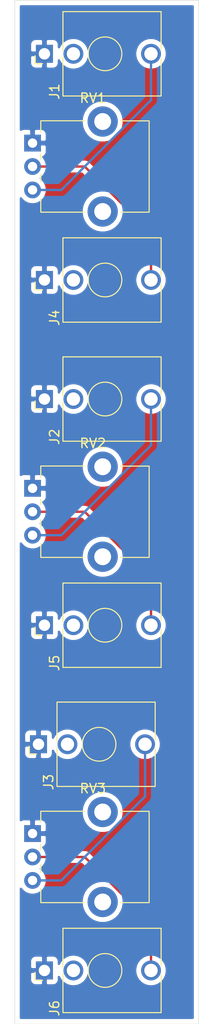
<source format=kicad_pcb>
(kicad_pcb (version 20171130) (host pcbnew "(5.1.2)-2")

  (general
    (thickness 1.6)
    (drawings 4)
    (tracks 24)
    (zones 0)
    (modules 9)
    (nets 8)
  )

  (page A4)
  (layers
    (0 F.Cu signal)
    (31 B.Cu signal)
    (32 B.Adhes user)
    (33 F.Adhes user)
    (34 B.Paste user)
    (35 F.Paste user)
    (36 B.SilkS user)
    (37 F.SilkS user)
    (38 B.Mask user)
    (39 F.Mask user)
    (40 Dwgs.User user)
    (41 Cmts.User user)
    (42 Eco1.User user)
    (43 Eco2.User user)
    (44 Edge.Cuts user)
    (45 Margin user)
    (46 B.CrtYd user)
    (47 F.CrtYd user)
    (48 B.Fab user)
    (49 F.Fab user)
  )

  (setup
    (last_trace_width 0.25)
    (trace_clearance 0.2)
    (zone_clearance 0.508)
    (zone_45_only no)
    (trace_min 0.2)
    (via_size 0.8)
    (via_drill 0.4)
    (via_min_size 0.4)
    (via_min_drill 0.3)
    (uvia_size 0.3)
    (uvia_drill 0.1)
    (uvias_allowed no)
    (uvia_min_size 0.2)
    (uvia_min_drill 0.1)
    (edge_width 0.05)
    (segment_width 0.2)
    (pcb_text_width 0.3)
    (pcb_text_size 1.5 1.5)
    (mod_edge_width 0.12)
    (mod_text_size 1 1)
    (mod_text_width 0.15)
    (pad_size 1.524 1.524)
    (pad_drill 0.762)
    (pad_to_mask_clearance 0.051)
    (solder_mask_min_width 0.25)
    (aux_axis_origin 0 0)
    (visible_elements 7FFFFFFF)
    (pcbplotparams
      (layerselection 0x010fc_ffffffff)
      (usegerberextensions false)
      (usegerberattributes false)
      (usegerberadvancedattributes false)
      (creategerberjobfile false)
      (excludeedgelayer true)
      (linewidth 0.100000)
      (plotframeref false)
      (viasonmask false)
      (mode 1)
      (useauxorigin false)
      (hpglpennumber 1)
      (hpglpenspeed 20)
      (hpglpendiameter 15.000000)
      (psnegative false)
      (psa4output false)
      (plotreference true)
      (plotvalue true)
      (plotinvisibletext false)
      (padsonsilk false)
      (subtractmaskfromsilk false)
      (outputformat 1)
      (mirror false)
      (drillshape 1)
      (scaleselection 1)
      (outputdirectory ""))
  )

  (net 0 "")
  (net 1 "Net-(J1-PadT)")
  (net 2 GND)
  (net 3 "Net-(J2-PadT)")
  (net 4 "Net-(J3-PadT)")
  (net 5 "Net-(J4-PadT)")
  (net 6 "Net-(J5-PadT)")
  (net 7 "Net-(J6-PadT)")

  (net_class Default "This is the default net class."
    (clearance 0.2)
    (trace_width 0.25)
    (via_dia 0.8)
    (via_drill 0.4)
    (uvia_dia 0.3)
    (uvia_drill 0.1)
    (add_net GND)
    (add_net "Net-(J1-PadT)")
    (add_net "Net-(J2-PadT)")
    (add_net "Net-(J3-PadT)")
    (add_net "Net-(J4-PadT)")
    (add_net "Net-(J5-PadT)")
    (add_net "Net-(J6-PadT)")
  )

  (module Potentiometer_THT:Potentiometer_Alpha_RD901F-40-00D_Single_Vertical_CircularHoles (layer F.Cu) (tedit 5C6C6C48) (tstamp 5D6A6266)
    (at 81.28 139.7)
    (descr "Potentiometer, vertical, 9mm, single, http://www.taiwanalpha.com.tw/downloads?target=products&id=113")
    (tags "potentiometer vertical 9mm single")
    (path /5D6A8D2F)
    (fp_text reference RV3 (at 6.45 -4.8 180) (layer F.SilkS)
      (effects (font (size 1 1) (thickness 0.15)))
    )
    (fp_text value "100k (3)" (at 0 10.11 180) (layer F.Fab)
      (effects (font (size 1 1) (thickness 0.15)))
    )
    (fp_line (start 0.88 4.16) (end 0.88 3.33) (layer F.SilkS) (width 0.12))
    (fp_line (start 0.88 1.71) (end 0.88 1.18) (layer F.SilkS) (width 0.12))
    (fp_line (start 0.88 -1.19) (end 0.88 -2.37) (layer F.SilkS) (width 0.12))
    (fp_line (start 0.88 7.37) (end 5.6 7.37) (layer F.SilkS) (width 0.12))
    (fp_line (start 9.41 -2.37) (end 12.47 -2.37) (layer F.SilkS) (width 0.12))
    (fp_line (start 1 7.25) (end 12.35 7.25) (layer F.Fab) (width 0.1))
    (fp_line (start 1 -2.25) (end 12.35 -2.25) (layer F.Fab) (width 0.1))
    (fp_line (start 12.35 7.25) (end 12.35 -2.25) (layer F.Fab) (width 0.1))
    (fp_line (start 1 7.25) (end 1 -2.25) (layer F.Fab) (width 0.1))
    (fp_circle (center 7.5 2.5) (end 7.5 -1) (layer F.Fab) (width 0.1))
    (fp_line (start 0.88 -2.38) (end 5.6 -2.38) (layer F.SilkS) (width 0.12))
    (fp_line (start 9.41 7.37) (end 12.47 7.37) (layer F.SilkS) (width 0.12))
    (fp_line (start 0.88 7.37) (end 0.88 5.88) (layer F.SilkS) (width 0.12))
    (fp_line (start 12.47 7.37) (end 12.47 -2.37) (layer F.SilkS) (width 0.12))
    (fp_line (start 12.6 9.17) (end 12.6 -4.17) (layer F.CrtYd) (width 0.05))
    (fp_line (start 12.6 -4.17) (end -1.15 -4.17) (layer F.CrtYd) (width 0.05))
    (fp_line (start -1.15 -4.17) (end -1.15 9.17) (layer F.CrtYd) (width 0.05))
    (fp_line (start -1.15 9.17) (end 12.6 9.17) (layer F.CrtYd) (width 0.05))
    (fp_text user %R (at 7.62 2.54) (layer F.Fab)
      (effects (font (size 1 1) (thickness 0.15)))
    )
    (pad "" thru_hole circle (at 7.5 -2.3 90) (size 3.24 3.24) (drill 1.8) (layers *.Cu *.Mask))
    (pad "" thru_hole circle (at 7.5 7.3 90) (size 3.24 3.24) (drill 1.8) (layers *.Cu *.Mask))
    (pad 3 thru_hole circle (at 0 5 90) (size 1.8 1.8) (drill 1) (layers *.Cu *.Mask)
      (net 4 "Net-(J3-PadT)"))
    (pad 2 thru_hole circle (at 0 2.5 90) (size 1.8 1.8) (drill 1) (layers *.Cu *.Mask)
      (net 7 "Net-(J6-PadT)"))
    (pad 1 thru_hole rect (at 0 0 90) (size 1.8 1.8) (drill 1) (layers *.Cu *.Mask)
      (net 2 GND))
    (model ${KISYS3DMOD}/Potentiometer_THT.3dshapes/Potentiometer_Alpha_RD901F-40-00D_Single_Vertical.wrl
      (at (xyz 0 0 0))
      (scale (xyz 1 1 1))
      (rotate (xyz 0 0 0))
    )
  )

  (module Potentiometer_THT:Potentiometer_Alpha_RD901F-40-00D_Single_Vertical_CircularHoles (layer F.Cu) (tedit 5C6C6C48) (tstamp 5D6A624A)
    (at 81.28 102.87)
    (descr "Potentiometer, vertical, 9mm, single, http://www.taiwanalpha.com.tw/downloads?target=products&id=113")
    (tags "potentiometer vertical 9mm single")
    (path /5D6A875C)
    (fp_text reference RV2 (at 6.45 -4.8 180) (layer F.SilkS)
      (effects (font (size 1 1) (thickness 0.15)))
    )
    (fp_text value "100k (2)" (at 0 10.11 180) (layer F.Fab)
      (effects (font (size 1 1) (thickness 0.15)))
    )
    (fp_line (start 0.88 4.16) (end 0.88 3.33) (layer F.SilkS) (width 0.12))
    (fp_line (start 0.88 1.71) (end 0.88 1.18) (layer F.SilkS) (width 0.12))
    (fp_line (start 0.88 -1.19) (end 0.88 -2.37) (layer F.SilkS) (width 0.12))
    (fp_line (start 0.88 7.37) (end 5.6 7.37) (layer F.SilkS) (width 0.12))
    (fp_line (start 9.41 -2.37) (end 12.47 -2.37) (layer F.SilkS) (width 0.12))
    (fp_line (start 1 7.25) (end 12.35 7.25) (layer F.Fab) (width 0.1))
    (fp_line (start 1 -2.25) (end 12.35 -2.25) (layer F.Fab) (width 0.1))
    (fp_line (start 12.35 7.25) (end 12.35 -2.25) (layer F.Fab) (width 0.1))
    (fp_line (start 1 7.25) (end 1 -2.25) (layer F.Fab) (width 0.1))
    (fp_circle (center 7.5 2.5) (end 7.5 -1) (layer F.Fab) (width 0.1))
    (fp_line (start 0.88 -2.38) (end 5.6 -2.38) (layer F.SilkS) (width 0.12))
    (fp_line (start 9.41 7.37) (end 12.47 7.37) (layer F.SilkS) (width 0.12))
    (fp_line (start 0.88 7.37) (end 0.88 5.88) (layer F.SilkS) (width 0.12))
    (fp_line (start 12.47 7.37) (end 12.47 -2.37) (layer F.SilkS) (width 0.12))
    (fp_line (start 12.6 9.17) (end 12.6 -4.17) (layer F.CrtYd) (width 0.05))
    (fp_line (start 12.6 -4.17) (end -1.15 -4.17) (layer F.CrtYd) (width 0.05))
    (fp_line (start -1.15 -4.17) (end -1.15 9.17) (layer F.CrtYd) (width 0.05))
    (fp_line (start -1.15 9.17) (end 12.6 9.17) (layer F.CrtYd) (width 0.05))
    (fp_text user %R (at 7.62 2.54) (layer F.Fab)
      (effects (font (size 1 1) (thickness 0.15)))
    )
    (pad "" thru_hole circle (at 7.5 -2.3 90) (size 3.24 3.24) (drill 1.8) (layers *.Cu *.Mask))
    (pad "" thru_hole circle (at 7.5 7.3 90) (size 3.24 3.24) (drill 1.8) (layers *.Cu *.Mask))
    (pad 3 thru_hole circle (at 0 5 90) (size 1.8 1.8) (drill 1) (layers *.Cu *.Mask)
      (net 3 "Net-(J2-PadT)"))
    (pad 2 thru_hole circle (at 0 2.5 90) (size 1.8 1.8) (drill 1) (layers *.Cu *.Mask)
      (net 6 "Net-(J5-PadT)"))
    (pad 1 thru_hole rect (at 0 0 90) (size 1.8 1.8) (drill 1) (layers *.Cu *.Mask)
      (net 2 GND))
    (model ${KISYS3DMOD}/Potentiometer_THT.3dshapes/Potentiometer_Alpha_RD901F-40-00D_Single_Vertical.wrl
      (at (xyz 0 0 0))
      (scale (xyz 1 1 1))
      (rotate (xyz 0 0 0))
    )
  )

  (module Potentiometer_THT:Potentiometer_Alpha_RD901F-40-00D_Single_Vertical_CircularHoles (layer F.Cu) (tedit 5C6C6C48) (tstamp 5D6A622E)
    (at 81.28 66.04)
    (descr "Potentiometer, vertical, 9mm, single, http://www.taiwanalpha.com.tw/downloads?target=products&id=113")
    (tags "potentiometer vertical 9mm single")
    (path /5D6A7B57)
    (fp_text reference RV1 (at 6.45 -4.8 180) (layer F.SilkS)
      (effects (font (size 1 1) (thickness 0.15)))
    )
    (fp_text value "100k (1)" (at 0 10.11 180) (layer F.Fab)
      (effects (font (size 1 1) (thickness 0.15)))
    )
    (fp_line (start 0.88 4.16) (end 0.88 3.33) (layer F.SilkS) (width 0.12))
    (fp_line (start 0.88 1.71) (end 0.88 1.18) (layer F.SilkS) (width 0.12))
    (fp_line (start 0.88 -1.19) (end 0.88 -2.37) (layer F.SilkS) (width 0.12))
    (fp_line (start 0.88 7.37) (end 5.6 7.37) (layer F.SilkS) (width 0.12))
    (fp_line (start 9.41 -2.37) (end 12.47 -2.37) (layer F.SilkS) (width 0.12))
    (fp_line (start 1 7.25) (end 12.35 7.25) (layer F.Fab) (width 0.1))
    (fp_line (start 1 -2.25) (end 12.35 -2.25) (layer F.Fab) (width 0.1))
    (fp_line (start 12.35 7.25) (end 12.35 -2.25) (layer F.Fab) (width 0.1))
    (fp_line (start 1 7.25) (end 1 -2.25) (layer F.Fab) (width 0.1))
    (fp_circle (center 7.5 2.5) (end 7.5 -1) (layer F.Fab) (width 0.1))
    (fp_line (start 0.88 -2.38) (end 5.6 -2.38) (layer F.SilkS) (width 0.12))
    (fp_line (start 9.41 7.37) (end 12.47 7.37) (layer F.SilkS) (width 0.12))
    (fp_line (start 0.88 7.37) (end 0.88 5.88) (layer F.SilkS) (width 0.12))
    (fp_line (start 12.47 7.37) (end 12.47 -2.37) (layer F.SilkS) (width 0.12))
    (fp_line (start 12.6 9.17) (end 12.6 -4.17) (layer F.CrtYd) (width 0.05))
    (fp_line (start 12.6 -4.17) (end -1.15 -4.17) (layer F.CrtYd) (width 0.05))
    (fp_line (start -1.15 -4.17) (end -1.15 9.17) (layer F.CrtYd) (width 0.05))
    (fp_line (start -1.15 9.17) (end 12.6 9.17) (layer F.CrtYd) (width 0.05))
    (fp_text user %R (at 7.62 2.54) (layer F.Fab)
      (effects (font (size 1 1) (thickness 0.15)))
    )
    (pad "" thru_hole circle (at 7.5 -2.3 90) (size 3.24 3.24) (drill 1.8) (layers *.Cu *.Mask))
    (pad "" thru_hole circle (at 7.5 7.3 90) (size 3.24 3.24) (drill 1.8) (layers *.Cu *.Mask))
    (pad 3 thru_hole circle (at 0 5 90) (size 1.8 1.8) (drill 1) (layers *.Cu *.Mask)
      (net 1 "Net-(J1-PadT)"))
    (pad 2 thru_hole circle (at 0 2.5 90) (size 1.8 1.8) (drill 1) (layers *.Cu *.Mask)
      (net 5 "Net-(J4-PadT)"))
    (pad 1 thru_hole rect (at 0 0 90) (size 1.8 1.8) (drill 1) (layers *.Cu *.Mask)
      (net 2 GND))
    (model ${KISYS3DMOD}/Potentiometer_THT.3dshapes/Potentiometer_Alpha_RD901F-40-00D_Single_Vertical.wrl
      (at (xyz 0 0 0))
      (scale (xyz 1 1 1))
      (rotate (xyz 0 0 0))
    )
  )

  (module Connector_Audio:Jack_3.5mm_QingPu_WQP-PJ398SM_Vertical_CircularHoles (layer F.Cu) (tedit 5C2B6BB2) (tstamp 5D6A6212)
    (at 82.55 154.305 90)
    (descr "TRS 3.5mm, vertical, Thonkiconn, PCB mount, (http://www.qingpu-electronics.com/en/products/WQP-PJ398SM-362.html)")
    (tags "WQP-PJ398SM WQP-PJ301M-12 TRS 3.5mm mono vertical jack thonkiconn qingpu")
    (path /5D6A76D3)
    (fp_text reference J6 (at -4.03 1.08 270) (layer F.SilkS)
      (effects (font (size 1 1) (thickness 0.15)))
    )
    (fp_text value "OUT 3" (at 0 5 270) (layer F.Fab)
      (effects (font (size 1 1) (thickness 0.15)))
    )
    (fp_line (start 0 0) (end 0 2.03) (layer F.Fab) (width 0.1))
    (fp_circle (center 0 6.48) (end 1.8 6.48) (layer F.Fab) (width 0.1))
    (fp_line (start 4.5 2.03) (end -4.5 2.03) (layer F.Fab) (width 0.1))
    (fp_line (start 5 -1.42) (end -5 -1.42) (layer F.CrtYd) (width 0.05))
    (fp_line (start 5 12.98) (end -5 12.98) (layer F.CrtYd) (width 0.05))
    (fp_line (start 5 12.98) (end 5 -1.42) (layer F.CrtYd) (width 0.05))
    (fp_line (start 4.5 12.48) (end -4.5 12.48) (layer F.Fab) (width 0.1))
    (fp_line (start 4.5 12.48) (end 4.5 2.08) (layer F.Fab) (width 0.1))
    (fp_line (start -1.06 -1) (end -0.2 -1) (layer F.SilkS) (width 0.12))
    (fp_line (start -1.06 -1) (end -1.06 -0.2) (layer F.SilkS) (width 0.12))
    (fp_circle (center 0 6.48) (end 1.8 6.48) (layer F.SilkS) (width 0.12))
    (fp_line (start -0.35 1.98) (end -4.5 1.98) (layer F.SilkS) (width 0.12))
    (fp_line (start 4.5 1.98) (end 0.35 1.98) (layer F.SilkS) (width 0.12))
    (fp_line (start -0.5 12.48) (end -4.5 12.48) (layer F.SilkS) (width 0.12))
    (fp_line (start 4.5 12.48) (end 0.5 12.48) (layer F.SilkS) (width 0.12))
    (fp_line (start -1.41 6.02) (end -0.46 5.07) (layer Dwgs.User) (width 0.12))
    (fp_line (start -1.42 6.875) (end 0.4 5.06) (layer Dwgs.User) (width 0.12))
    (fp_line (start -1.07 7.49) (end 1.01 5.41) (layer Dwgs.User) (width 0.12))
    (fp_line (start -0.58 7.83) (end 1.36 5.89) (layer Dwgs.User) (width 0.12))
    (fp_line (start 0.09 7.96) (end 1.48 6.57) (layer Dwgs.User) (width 0.12))
    (fp_circle (center 0 6.48) (end 1.5 6.48) (layer Dwgs.User) (width 0.12))
    (fp_line (start 4.5 1.98) (end 4.5 12.48) (layer F.SilkS) (width 0.12))
    (fp_line (start -4.5 1.98) (end -4.5 12.48) (layer F.SilkS) (width 0.12))
    (fp_text user %R (at 0 8 270) (layer F.Fab)
      (effects (font (size 1 1) (thickness 0.15)))
    )
    (fp_line (start -4.5 12.48) (end -4.5 2.08) (layer F.Fab) (width 0.1))
    (fp_line (start -5 12.98) (end -5 -1.42) (layer F.CrtYd) (width 0.05))
    (fp_text user KEEPOUT (at 0 6.48 90) (layer Cmts.User)
      (effects (font (size 0.4 0.4) (thickness 0.051)))
    )
    (pad T thru_hole circle (at 0 11.4 270) (size 2.13 2.13) (drill 1.43) (layers *.Cu *.Mask)
      (net 7 "Net-(J6-PadT)"))
    (pad S thru_hole rect (at 0 0 270) (size 1.93 1.83) (drill 1.22) (layers *.Cu *.Mask)
      (net 2 GND))
    (pad TN thru_hole circle (at 0 3.1 270) (size 2.13 2.13) (drill 1.42) (layers *.Cu *.Mask))
    (model ${KISYS3DMOD}/Connector_Audio.3dshapes/Jack_3.5mm_QingPu_WQP-PJ398SM_Vertical.wrl
      (at (xyz 0 0 0))
      (scale (xyz 1 1 1))
      (rotate (xyz 0 0 0))
    )
  )

  (module Connector_Audio:Jack_3.5mm_QingPu_WQP-PJ398SM_Vertical_CircularHoles (layer F.Cu) (tedit 5C2B6BB2) (tstamp 5D6A61F0)
    (at 82.55 117.475 90)
    (descr "TRS 3.5mm, vertical, Thonkiconn, PCB mount, (http://www.qingpu-electronics.com/en/products/WQP-PJ398SM-362.html)")
    (tags "WQP-PJ398SM WQP-PJ301M-12 TRS 3.5mm mono vertical jack thonkiconn qingpu")
    (path /5D6A7256)
    (fp_text reference J5 (at -4.03 1.08 270) (layer F.SilkS)
      (effects (font (size 1 1) (thickness 0.15)))
    )
    (fp_text value "OUT 2" (at 0 5 270) (layer F.Fab)
      (effects (font (size 1 1) (thickness 0.15)))
    )
    (fp_line (start 0 0) (end 0 2.03) (layer F.Fab) (width 0.1))
    (fp_circle (center 0 6.48) (end 1.8 6.48) (layer F.Fab) (width 0.1))
    (fp_line (start 4.5 2.03) (end -4.5 2.03) (layer F.Fab) (width 0.1))
    (fp_line (start 5 -1.42) (end -5 -1.42) (layer F.CrtYd) (width 0.05))
    (fp_line (start 5 12.98) (end -5 12.98) (layer F.CrtYd) (width 0.05))
    (fp_line (start 5 12.98) (end 5 -1.42) (layer F.CrtYd) (width 0.05))
    (fp_line (start 4.5 12.48) (end -4.5 12.48) (layer F.Fab) (width 0.1))
    (fp_line (start 4.5 12.48) (end 4.5 2.08) (layer F.Fab) (width 0.1))
    (fp_line (start -1.06 -1) (end -0.2 -1) (layer F.SilkS) (width 0.12))
    (fp_line (start -1.06 -1) (end -1.06 -0.2) (layer F.SilkS) (width 0.12))
    (fp_circle (center 0 6.48) (end 1.8 6.48) (layer F.SilkS) (width 0.12))
    (fp_line (start -0.35 1.98) (end -4.5 1.98) (layer F.SilkS) (width 0.12))
    (fp_line (start 4.5 1.98) (end 0.35 1.98) (layer F.SilkS) (width 0.12))
    (fp_line (start -0.5 12.48) (end -4.5 12.48) (layer F.SilkS) (width 0.12))
    (fp_line (start 4.5 12.48) (end 0.5 12.48) (layer F.SilkS) (width 0.12))
    (fp_line (start -1.41 6.02) (end -0.46 5.07) (layer Dwgs.User) (width 0.12))
    (fp_line (start -1.42 6.875) (end 0.4 5.06) (layer Dwgs.User) (width 0.12))
    (fp_line (start -1.07 7.49) (end 1.01 5.41) (layer Dwgs.User) (width 0.12))
    (fp_line (start -0.58 7.83) (end 1.36 5.89) (layer Dwgs.User) (width 0.12))
    (fp_line (start 0.09 7.96) (end 1.48 6.57) (layer Dwgs.User) (width 0.12))
    (fp_circle (center 0 6.48) (end 1.5 6.48) (layer Dwgs.User) (width 0.12))
    (fp_line (start 4.5 1.98) (end 4.5 12.48) (layer F.SilkS) (width 0.12))
    (fp_line (start -4.5 1.98) (end -4.5 12.48) (layer F.SilkS) (width 0.12))
    (fp_text user %R (at 0 8 270) (layer F.Fab)
      (effects (font (size 1 1) (thickness 0.15)))
    )
    (fp_line (start -4.5 12.48) (end -4.5 2.08) (layer F.Fab) (width 0.1))
    (fp_line (start -5 12.98) (end -5 -1.42) (layer F.CrtYd) (width 0.05))
    (fp_text user KEEPOUT (at 0 6.48 90) (layer Cmts.User)
      (effects (font (size 0.4 0.4) (thickness 0.051)))
    )
    (pad T thru_hole circle (at 0 11.4 270) (size 2.13 2.13) (drill 1.43) (layers *.Cu *.Mask)
      (net 6 "Net-(J5-PadT)"))
    (pad S thru_hole rect (at 0 0 270) (size 1.93 1.83) (drill 1.22) (layers *.Cu *.Mask)
      (net 2 GND))
    (pad TN thru_hole circle (at 0 3.1 270) (size 2.13 2.13) (drill 1.42) (layers *.Cu *.Mask))
    (model ${KISYS3DMOD}/Connector_Audio.3dshapes/Jack_3.5mm_QingPu_WQP-PJ398SM_Vertical.wrl
      (at (xyz 0 0 0))
      (scale (xyz 1 1 1))
      (rotate (xyz 0 0 0))
    )
  )

  (module Connector_Audio:Jack_3.5mm_QingPu_WQP-PJ398SM_Vertical_CircularHoles (layer F.Cu) (tedit 5C2B6BB2) (tstamp 5D6A61CE)
    (at 82.55 80.645 90)
    (descr "TRS 3.5mm, vertical, Thonkiconn, PCB mount, (http://www.qingpu-electronics.com/en/products/WQP-PJ398SM-362.html)")
    (tags "WQP-PJ398SM WQP-PJ301M-12 TRS 3.5mm mono vertical jack thonkiconn qingpu")
    (path /5D6A69E0)
    (fp_text reference J4 (at -4.03 1.08 270) (layer F.SilkS)
      (effects (font (size 1 1) (thickness 0.15)))
    )
    (fp_text value "OUT 1" (at 0 5 270) (layer F.Fab)
      (effects (font (size 1 1) (thickness 0.15)))
    )
    (fp_line (start 0 0) (end 0 2.03) (layer F.Fab) (width 0.1))
    (fp_circle (center 0 6.48) (end 1.8 6.48) (layer F.Fab) (width 0.1))
    (fp_line (start 4.5 2.03) (end -4.5 2.03) (layer F.Fab) (width 0.1))
    (fp_line (start 5 -1.42) (end -5 -1.42) (layer F.CrtYd) (width 0.05))
    (fp_line (start 5 12.98) (end -5 12.98) (layer F.CrtYd) (width 0.05))
    (fp_line (start 5 12.98) (end 5 -1.42) (layer F.CrtYd) (width 0.05))
    (fp_line (start 4.5 12.48) (end -4.5 12.48) (layer F.Fab) (width 0.1))
    (fp_line (start 4.5 12.48) (end 4.5 2.08) (layer F.Fab) (width 0.1))
    (fp_line (start -1.06 -1) (end -0.2 -1) (layer F.SilkS) (width 0.12))
    (fp_line (start -1.06 -1) (end -1.06 -0.2) (layer F.SilkS) (width 0.12))
    (fp_circle (center 0 6.48) (end 1.8 6.48) (layer F.SilkS) (width 0.12))
    (fp_line (start -0.35 1.98) (end -4.5 1.98) (layer F.SilkS) (width 0.12))
    (fp_line (start 4.5 1.98) (end 0.35 1.98) (layer F.SilkS) (width 0.12))
    (fp_line (start -0.5 12.48) (end -4.5 12.48) (layer F.SilkS) (width 0.12))
    (fp_line (start 4.5 12.48) (end 0.5 12.48) (layer F.SilkS) (width 0.12))
    (fp_line (start -1.41 6.02) (end -0.46 5.07) (layer Dwgs.User) (width 0.12))
    (fp_line (start -1.42 6.875) (end 0.4 5.06) (layer Dwgs.User) (width 0.12))
    (fp_line (start -1.07 7.49) (end 1.01 5.41) (layer Dwgs.User) (width 0.12))
    (fp_line (start -0.58 7.83) (end 1.36 5.89) (layer Dwgs.User) (width 0.12))
    (fp_line (start 0.09 7.96) (end 1.48 6.57) (layer Dwgs.User) (width 0.12))
    (fp_circle (center 0 6.48) (end 1.5 6.48) (layer Dwgs.User) (width 0.12))
    (fp_line (start 4.5 1.98) (end 4.5 12.48) (layer F.SilkS) (width 0.12))
    (fp_line (start -4.5 1.98) (end -4.5 12.48) (layer F.SilkS) (width 0.12))
    (fp_text user %R (at 0 8 270) (layer F.Fab)
      (effects (font (size 1 1) (thickness 0.15)))
    )
    (fp_line (start -4.5 12.48) (end -4.5 2.08) (layer F.Fab) (width 0.1))
    (fp_line (start -5 12.98) (end -5 -1.42) (layer F.CrtYd) (width 0.05))
    (fp_text user KEEPOUT (at 0 6.48 90) (layer Cmts.User)
      (effects (font (size 0.4 0.4) (thickness 0.051)))
    )
    (pad T thru_hole circle (at 0 11.4 270) (size 2.13 2.13) (drill 1.43) (layers *.Cu *.Mask)
      (net 5 "Net-(J4-PadT)"))
    (pad S thru_hole rect (at 0 0 270) (size 1.93 1.83) (drill 1.22) (layers *.Cu *.Mask)
      (net 2 GND))
    (pad TN thru_hole circle (at 0 3.1 270) (size 2.13 2.13) (drill 1.42) (layers *.Cu *.Mask))
    (model ${KISYS3DMOD}/Connector_Audio.3dshapes/Jack_3.5mm_QingPu_WQP-PJ398SM_Vertical.wrl
      (at (xyz 0 0 0))
      (scale (xyz 1 1 1))
      (rotate (xyz 0 0 0))
    )
  )

  (module Connector_Audio:Jack_3.5mm_QingPu_WQP-PJ398SM_Vertical_CircularHoles (layer F.Cu) (tedit 5C2B6BB2) (tstamp 5D6A61AC)
    (at 81.915 130.175 90)
    (descr "TRS 3.5mm, vertical, Thonkiconn, PCB mount, (http://www.qingpu-electronics.com/en/products/WQP-PJ398SM-362.html)")
    (tags "WQP-PJ398SM WQP-PJ301M-12 TRS 3.5mm mono vertical jack thonkiconn qingpu")
    (path /5D6A66B5)
    (fp_text reference J3 (at -4.03 1.08 270) (layer F.SilkS)
      (effects (font (size 1 1) (thickness 0.15)))
    )
    (fp_text value "IN 3" (at 0 5 270) (layer F.Fab)
      (effects (font (size 1 1) (thickness 0.15)))
    )
    (fp_line (start 0 0) (end 0 2.03) (layer F.Fab) (width 0.1))
    (fp_circle (center 0 6.48) (end 1.8 6.48) (layer F.Fab) (width 0.1))
    (fp_line (start 4.5 2.03) (end -4.5 2.03) (layer F.Fab) (width 0.1))
    (fp_line (start 5 -1.42) (end -5 -1.42) (layer F.CrtYd) (width 0.05))
    (fp_line (start 5 12.98) (end -5 12.98) (layer F.CrtYd) (width 0.05))
    (fp_line (start 5 12.98) (end 5 -1.42) (layer F.CrtYd) (width 0.05))
    (fp_line (start 4.5 12.48) (end -4.5 12.48) (layer F.Fab) (width 0.1))
    (fp_line (start 4.5 12.48) (end 4.5 2.08) (layer F.Fab) (width 0.1))
    (fp_line (start -1.06 -1) (end -0.2 -1) (layer F.SilkS) (width 0.12))
    (fp_line (start -1.06 -1) (end -1.06 -0.2) (layer F.SilkS) (width 0.12))
    (fp_circle (center 0 6.48) (end 1.8 6.48) (layer F.SilkS) (width 0.12))
    (fp_line (start -0.35 1.98) (end -4.5 1.98) (layer F.SilkS) (width 0.12))
    (fp_line (start 4.5 1.98) (end 0.35 1.98) (layer F.SilkS) (width 0.12))
    (fp_line (start -0.5 12.48) (end -4.5 12.48) (layer F.SilkS) (width 0.12))
    (fp_line (start 4.5 12.48) (end 0.5 12.48) (layer F.SilkS) (width 0.12))
    (fp_line (start -1.41 6.02) (end -0.46 5.07) (layer Dwgs.User) (width 0.12))
    (fp_line (start -1.42 6.875) (end 0.4 5.06) (layer Dwgs.User) (width 0.12))
    (fp_line (start -1.07 7.49) (end 1.01 5.41) (layer Dwgs.User) (width 0.12))
    (fp_line (start -0.58 7.83) (end 1.36 5.89) (layer Dwgs.User) (width 0.12))
    (fp_line (start 0.09 7.96) (end 1.48 6.57) (layer Dwgs.User) (width 0.12))
    (fp_circle (center 0 6.48) (end 1.5 6.48) (layer Dwgs.User) (width 0.12))
    (fp_line (start 4.5 1.98) (end 4.5 12.48) (layer F.SilkS) (width 0.12))
    (fp_line (start -4.5 1.98) (end -4.5 12.48) (layer F.SilkS) (width 0.12))
    (fp_text user %R (at 0 8 270) (layer F.Fab)
      (effects (font (size 1 1) (thickness 0.15)))
    )
    (fp_line (start -4.5 12.48) (end -4.5 2.08) (layer F.Fab) (width 0.1))
    (fp_line (start -5 12.98) (end -5 -1.42) (layer F.CrtYd) (width 0.05))
    (fp_text user KEEPOUT (at 0 6.48 90) (layer Cmts.User)
      (effects (font (size 0.4 0.4) (thickness 0.051)))
    )
    (pad T thru_hole circle (at 0 11.4 270) (size 2.13 2.13) (drill 1.43) (layers *.Cu *.Mask)
      (net 4 "Net-(J3-PadT)"))
    (pad S thru_hole rect (at 0 0 270) (size 1.93 1.83) (drill 1.22) (layers *.Cu *.Mask)
      (net 2 GND))
    (pad TN thru_hole circle (at 0 3.1 270) (size 2.13 2.13) (drill 1.42) (layers *.Cu *.Mask))
    (model ${KISYS3DMOD}/Connector_Audio.3dshapes/Jack_3.5mm_QingPu_WQP-PJ398SM_Vertical.wrl
      (at (xyz 0 0 0))
      (scale (xyz 1 1 1))
      (rotate (xyz 0 0 0))
    )
  )

  (module Connector_Audio:Jack_3.5mm_QingPu_WQP-PJ398SM_Vertical_CircularHoles (layer F.Cu) (tedit 5C2B6BB2) (tstamp 5D6A618A)
    (at 82.55 93.345 90)
    (descr "TRS 3.5mm, vertical, Thonkiconn, PCB mount, (http://www.qingpu-electronics.com/en/products/WQP-PJ398SM-362.html)")
    (tags "WQP-PJ398SM WQP-PJ301M-12 TRS 3.5mm mono vertical jack thonkiconn qingpu")
    (path /5D6A63DC)
    (fp_text reference J2 (at -4.03 1.08 270) (layer F.SilkS)
      (effects (font (size 1 1) (thickness 0.15)))
    )
    (fp_text value "IN 2" (at 0 5 270) (layer F.Fab)
      (effects (font (size 1 1) (thickness 0.15)))
    )
    (fp_line (start 0 0) (end 0 2.03) (layer F.Fab) (width 0.1))
    (fp_circle (center 0 6.48) (end 1.8 6.48) (layer F.Fab) (width 0.1))
    (fp_line (start 4.5 2.03) (end -4.5 2.03) (layer F.Fab) (width 0.1))
    (fp_line (start 5 -1.42) (end -5 -1.42) (layer F.CrtYd) (width 0.05))
    (fp_line (start 5 12.98) (end -5 12.98) (layer F.CrtYd) (width 0.05))
    (fp_line (start 5 12.98) (end 5 -1.42) (layer F.CrtYd) (width 0.05))
    (fp_line (start 4.5 12.48) (end -4.5 12.48) (layer F.Fab) (width 0.1))
    (fp_line (start 4.5 12.48) (end 4.5 2.08) (layer F.Fab) (width 0.1))
    (fp_line (start -1.06 -1) (end -0.2 -1) (layer F.SilkS) (width 0.12))
    (fp_line (start -1.06 -1) (end -1.06 -0.2) (layer F.SilkS) (width 0.12))
    (fp_circle (center 0 6.48) (end 1.8 6.48) (layer F.SilkS) (width 0.12))
    (fp_line (start -0.35 1.98) (end -4.5 1.98) (layer F.SilkS) (width 0.12))
    (fp_line (start 4.5 1.98) (end 0.35 1.98) (layer F.SilkS) (width 0.12))
    (fp_line (start -0.5 12.48) (end -4.5 12.48) (layer F.SilkS) (width 0.12))
    (fp_line (start 4.5 12.48) (end 0.5 12.48) (layer F.SilkS) (width 0.12))
    (fp_line (start -1.41 6.02) (end -0.46 5.07) (layer Dwgs.User) (width 0.12))
    (fp_line (start -1.42 6.875) (end 0.4 5.06) (layer Dwgs.User) (width 0.12))
    (fp_line (start -1.07 7.49) (end 1.01 5.41) (layer Dwgs.User) (width 0.12))
    (fp_line (start -0.58 7.83) (end 1.36 5.89) (layer Dwgs.User) (width 0.12))
    (fp_line (start 0.09 7.96) (end 1.48 6.57) (layer Dwgs.User) (width 0.12))
    (fp_circle (center 0 6.48) (end 1.5 6.48) (layer Dwgs.User) (width 0.12))
    (fp_line (start 4.5 1.98) (end 4.5 12.48) (layer F.SilkS) (width 0.12))
    (fp_line (start -4.5 1.98) (end -4.5 12.48) (layer F.SilkS) (width 0.12))
    (fp_text user %R (at 0 8 270) (layer F.Fab)
      (effects (font (size 1 1) (thickness 0.15)))
    )
    (fp_line (start -4.5 12.48) (end -4.5 2.08) (layer F.Fab) (width 0.1))
    (fp_line (start -5 12.98) (end -5 -1.42) (layer F.CrtYd) (width 0.05))
    (fp_text user KEEPOUT (at 0 6.48 90) (layer Cmts.User)
      (effects (font (size 0.4 0.4) (thickness 0.051)))
    )
    (pad T thru_hole circle (at 0 11.4 270) (size 2.13 2.13) (drill 1.43) (layers *.Cu *.Mask)
      (net 3 "Net-(J2-PadT)"))
    (pad S thru_hole rect (at 0 0 270) (size 1.93 1.83) (drill 1.22) (layers *.Cu *.Mask)
      (net 2 GND))
    (pad TN thru_hole circle (at 0 3.1 270) (size 2.13 2.13) (drill 1.42) (layers *.Cu *.Mask))
    (model ${KISYS3DMOD}/Connector_Audio.3dshapes/Jack_3.5mm_QingPu_WQP-PJ398SM_Vertical.wrl
      (at (xyz 0 0 0))
      (scale (xyz 1 1 1))
      (rotate (xyz 0 0 0))
    )
  )

  (module Connector_Audio:Jack_3.5mm_QingPu_WQP-PJ398SM_Vertical_CircularHoles (layer F.Cu) (tedit 5C2B6BB2) (tstamp 5D6A6168)
    (at 82.55 56.515 90)
    (descr "TRS 3.5mm, vertical, Thonkiconn, PCB mount, (http://www.qingpu-electronics.com/en/products/WQP-PJ398SM-362.html)")
    (tags "WQP-PJ398SM WQP-PJ301M-12 TRS 3.5mm mono vertical jack thonkiconn qingpu")
    (path /5D6A5EE7)
    (fp_text reference J1 (at -4.03 1.08 270) (layer F.SilkS)
      (effects (font (size 1 1) (thickness 0.15)))
    )
    (fp_text value "IN 1" (at 0 5 270) (layer F.Fab)
      (effects (font (size 1 1) (thickness 0.15)))
    )
    (fp_line (start 0 0) (end 0 2.03) (layer F.Fab) (width 0.1))
    (fp_circle (center 0 6.48) (end 1.8 6.48) (layer F.Fab) (width 0.1))
    (fp_line (start 4.5 2.03) (end -4.5 2.03) (layer F.Fab) (width 0.1))
    (fp_line (start 5 -1.42) (end -5 -1.42) (layer F.CrtYd) (width 0.05))
    (fp_line (start 5 12.98) (end -5 12.98) (layer F.CrtYd) (width 0.05))
    (fp_line (start 5 12.98) (end 5 -1.42) (layer F.CrtYd) (width 0.05))
    (fp_line (start 4.5 12.48) (end -4.5 12.48) (layer F.Fab) (width 0.1))
    (fp_line (start 4.5 12.48) (end 4.5 2.08) (layer F.Fab) (width 0.1))
    (fp_line (start -1.06 -1) (end -0.2 -1) (layer F.SilkS) (width 0.12))
    (fp_line (start -1.06 -1) (end -1.06 -0.2) (layer F.SilkS) (width 0.12))
    (fp_circle (center 0 6.48) (end 1.8 6.48) (layer F.SilkS) (width 0.12))
    (fp_line (start -0.35 1.98) (end -4.5 1.98) (layer F.SilkS) (width 0.12))
    (fp_line (start 4.5 1.98) (end 0.35 1.98) (layer F.SilkS) (width 0.12))
    (fp_line (start -0.5 12.48) (end -4.5 12.48) (layer F.SilkS) (width 0.12))
    (fp_line (start 4.5 12.48) (end 0.5 12.48) (layer F.SilkS) (width 0.12))
    (fp_line (start -1.41 6.02) (end -0.46 5.07) (layer Dwgs.User) (width 0.12))
    (fp_line (start -1.42 6.875) (end 0.4 5.06) (layer Dwgs.User) (width 0.12))
    (fp_line (start -1.07 7.49) (end 1.01 5.41) (layer Dwgs.User) (width 0.12))
    (fp_line (start -0.58 7.83) (end 1.36 5.89) (layer Dwgs.User) (width 0.12))
    (fp_line (start 0.09 7.96) (end 1.48 6.57) (layer Dwgs.User) (width 0.12))
    (fp_circle (center 0 6.48) (end 1.5 6.48) (layer Dwgs.User) (width 0.12))
    (fp_line (start 4.5 1.98) (end 4.5 12.48) (layer F.SilkS) (width 0.12))
    (fp_line (start -4.5 1.98) (end -4.5 12.48) (layer F.SilkS) (width 0.12))
    (fp_text user %R (at 0 8 270) (layer F.Fab)
      (effects (font (size 1 1) (thickness 0.15)))
    )
    (fp_line (start -4.5 12.48) (end -4.5 2.08) (layer F.Fab) (width 0.1))
    (fp_line (start -5 12.98) (end -5 -1.42) (layer F.CrtYd) (width 0.05))
    (fp_text user KEEPOUT (at 0 6.48 90) (layer Cmts.User)
      (effects (font (size 0.4 0.4) (thickness 0.051)))
    )
    (pad T thru_hole circle (at 0 11.4 270) (size 2.13 2.13) (drill 1.43) (layers *.Cu *.Mask)
      (net 1 "Net-(J1-PadT)"))
    (pad S thru_hole rect (at 0 0 270) (size 1.93 1.83) (drill 1.22) (layers *.Cu *.Mask)
      (net 2 GND))
    (pad TN thru_hole circle (at 0 3.1 270) (size 2.13 2.13) (drill 1.42) (layers *.Cu *.Mask))
    (model ${KISYS3DMOD}/Connector_Audio.3dshapes/Jack_3.5mm_QingPu_WQP-PJ398SM_Vertical.wrl
      (at (xyz 0 0 0))
      (scale (xyz 1 1 1))
      (rotate (xyz 0 0 0))
    )
  )

  (gr_line (start 99.06 160.02) (end 99.06 50.8) (layer Edge.Cuts) (width 0.05) (tstamp 5D6A637E))
  (gr_line (start 79.375 160.02) (end 99.06 160.02) (layer Edge.Cuts) (width 0.05))
  (gr_line (start 79.375 50.8) (end 79.375 160.02) (layer Edge.Cuts) (width 0.05))
  (gr_line (start 79.375 50.8) (end 99.06 50.8) (layer Edge.Cuts) (width 0.05))

  (segment (start 82.552792 71.04) (end 81.28 71.04) (width 0.25) (layer B.Cu) (net 1))
  (segment (start 84.358602 71.04) (end 82.552792 71.04) (width 0.25) (layer B.Cu) (net 1))
  (segment (start 93.95 61.448602) (end 84.358602 71.04) (width 0.25) (layer B.Cu) (net 1))
  (segment (start 93.95 56.515) (end 93.95 61.448602) (width 0.25) (layer B.Cu) (net 1))
  (segment (start 82.552792 107.87) (end 81.28 107.87) (width 0.25) (layer B.Cu) (net 3))
  (segment (start 84.358602 107.87) (end 82.552792 107.87) (width 0.25) (layer B.Cu) (net 3))
  (segment (start 93.95 98.278602) (end 84.358602 107.87) (width 0.25) (layer B.Cu) (net 3))
  (segment (start 93.95 93.345) (end 93.95 98.278602) (width 0.25) (layer B.Cu) (net 3))
  (segment (start 93.315 131.681137) (end 93.315 130.175) (width 0.25) (layer B.Cu) (net 4))
  (segment (start 93.315 135.743602) (end 93.315 131.681137) (width 0.25) (layer B.Cu) (net 4))
  (segment (start 84.358602 144.7) (end 93.315 135.743602) (width 0.25) (layer B.Cu) (net 4))
  (segment (start 81.28 144.7) (end 84.358602 144.7) (width 0.25) (layer B.Cu) (net 4))
  (segment (start 93.95 79.138863) (end 93.95 80.645) (width 0.25) (layer F.Cu) (net 5))
  (segment (start 93.95 75.631398) (end 93.95 79.138863) (width 0.25) (layer F.Cu) (net 5))
  (segment (start 86.858602 68.54) (end 93.95 75.631398) (width 0.25) (layer F.Cu) (net 5))
  (segment (start 81.28 68.54) (end 86.858602 68.54) (width 0.25) (layer F.Cu) (net 5))
  (segment (start 93.95 115.968863) (end 93.95 117.475) (width 0.25) (layer F.Cu) (net 6))
  (segment (start 93.95 112.461398) (end 93.95 115.968863) (width 0.25) (layer F.Cu) (net 6))
  (segment (start 86.858602 105.37) (end 93.95 112.461398) (width 0.25) (layer F.Cu) (net 6))
  (segment (start 81.28 105.37) (end 86.858602 105.37) (width 0.25) (layer F.Cu) (net 6))
  (segment (start 93.95 152.798863) (end 93.95 154.305) (width 0.25) (layer F.Cu) (net 7))
  (segment (start 93.95 149.291398) (end 93.95 152.798863) (width 0.25) (layer F.Cu) (net 7))
  (segment (start 86.858602 142.2) (end 93.95 149.291398) (width 0.25) (layer F.Cu) (net 7))
  (segment (start 81.28 142.2) (end 86.858602 142.2) (width 0.25) (layer F.Cu) (net 7))

  (zone (net 2) (net_name GND) (layer F.Cu) (tstamp 5D6A6F85) (hatch edge 0.508)
    (connect_pads (clearance 0.508))
    (min_thickness 0.254)
    (fill yes (arc_segments 32) (thermal_gap 0.508) (thermal_bridge_width 0.508))
    (polygon
      (pts
        (xy 79.375 50.8) (xy 99.06 50.8) (xy 99.06 160.02) (xy 79.375 160.02)
      )
    )
    (filled_polygon
      (pts
        (xy 98.4 159.36) (xy 80.035 159.36) (xy 80.035 155.27) (xy 80.996928 155.27) (xy 81.009188 155.394482)
        (xy 81.045498 155.51418) (xy 81.104463 155.624494) (xy 81.183815 155.721185) (xy 81.280506 155.800537) (xy 81.39082 155.859502)
        (xy 81.510518 155.895812) (xy 81.635 155.908072) (xy 82.26425 155.905) (xy 82.423 155.74625) (xy 82.423 154.432)
        (xy 81.15875 154.432) (xy 81 154.59075) (xy 80.996928 155.27) (xy 80.035 155.27) (xy 80.035 153.34)
        (xy 80.996928 153.34) (xy 81 154.01925) (xy 81.15875 154.178) (xy 82.423 154.178) (xy 82.423 152.86375)
        (xy 82.677 152.86375) (xy 82.677 154.178) (xy 82.697 154.178) (xy 82.697 154.432) (xy 82.677 154.432)
        (xy 82.677 155.74625) (xy 82.83575 155.905) (xy 83.465 155.908072) (xy 83.589482 155.895812) (xy 83.70918 155.859502)
        (xy 83.819494 155.800537) (xy 83.916185 155.721185) (xy 83.995537 155.624494) (xy 84.054502 155.51418) (xy 84.090812 155.394482)
        (xy 84.103072 155.27) (xy 84.101895 155.00986) (xy 84.143479 155.110252) (xy 84.329523 155.388687) (xy 84.566313 155.625477)
        (xy 84.844748 155.811521) (xy 85.154128 155.93967) (xy 85.482565 156.005) (xy 85.817435 156.005) (xy 86.145872 155.93967)
        (xy 86.455252 155.811521) (xy 86.733687 155.625477) (xy 86.970477 155.388687) (xy 87.156521 155.110252) (xy 87.28467 154.800872)
        (xy 87.35 154.472435) (xy 87.35 154.137565) (xy 87.28467 153.809128) (xy 87.156521 153.499748) (xy 86.970477 153.221313)
        (xy 86.733687 152.984523) (xy 86.455252 152.798479) (xy 86.145872 152.67033) (xy 85.817435 152.605) (xy 85.482565 152.605)
        (xy 85.154128 152.67033) (xy 84.844748 152.798479) (xy 84.566313 152.984523) (xy 84.329523 153.221313) (xy 84.143479 153.499748)
        (xy 84.101895 153.60014) (xy 84.103072 153.34) (xy 84.090812 153.215518) (xy 84.054502 153.09582) (xy 83.995537 152.985506)
        (xy 83.916185 152.888815) (xy 83.819494 152.809463) (xy 83.70918 152.750498) (xy 83.589482 152.714188) (xy 83.465 152.701928)
        (xy 82.83575 152.705) (xy 82.677 152.86375) (xy 82.423 152.86375) (xy 82.26425 152.705) (xy 81.635 152.701928)
        (xy 81.510518 152.714188) (xy 81.39082 152.750498) (xy 81.280506 152.809463) (xy 81.183815 152.888815) (xy 81.104463 152.985506)
        (xy 81.045498 153.09582) (xy 81.009188 153.215518) (xy 80.996928 153.34) (xy 80.035 153.34) (xy 80.035 145.599652)
        (xy 80.087688 145.678505) (xy 80.301495 145.892312) (xy 80.552905 146.060299) (xy 80.832257 146.176011) (xy 81.128816 146.235)
        (xy 81.431184 146.235) (xy 81.727743 146.176011) (xy 82.007095 146.060299) (xy 82.258505 145.892312) (xy 82.472312 145.678505)
        (xy 82.640299 145.427095) (xy 82.756011 145.147743) (xy 82.815 144.851184) (xy 82.815 144.548816) (xy 82.756011 144.252257)
        (xy 82.640299 143.972905) (xy 82.472312 143.721495) (xy 82.258505 143.507688) (xy 82.172169 143.45) (xy 82.258505 143.392312)
        (xy 82.472312 143.178505) (xy 82.618313 142.96) (xy 86.543801 142.96) (xy 88.366811 144.78301) (xy 88.122241 144.831658)
        (xy 87.711857 145.001645) (xy 87.342521 145.248427) (xy 87.028427 145.562521) (xy 86.781645 145.931857) (xy 86.611658 146.342241)
        (xy 86.525 146.777902) (xy 86.525 147.222098) (xy 86.611658 147.657759) (xy 86.781645 148.068143) (xy 87.028427 148.437479)
        (xy 87.342521 148.751573) (xy 87.711857 148.998355) (xy 88.122241 149.168342) (xy 88.557902 149.255) (xy 89.002098 149.255)
        (xy 89.437759 149.168342) (xy 89.848143 148.998355) (xy 90.217479 148.751573) (xy 90.531573 148.437479) (xy 90.778355 148.068143)
        (xy 90.948342 147.657759) (xy 90.99699 147.413189) (xy 93.19 149.6062) (xy 93.190001 152.761521) (xy 93.19 152.761531)
        (xy 93.19 152.779735) (xy 93.144748 152.798479) (xy 92.866313 152.984523) (xy 92.629523 153.221313) (xy 92.443479 153.499748)
        (xy 92.31533 153.809128) (xy 92.25 154.137565) (xy 92.25 154.472435) (xy 92.31533 154.800872) (xy 92.443479 155.110252)
        (xy 92.629523 155.388687) (xy 92.866313 155.625477) (xy 93.144748 155.811521) (xy 93.454128 155.93967) (xy 93.782565 156.005)
        (xy 94.117435 156.005) (xy 94.445872 155.93967) (xy 94.755252 155.811521) (xy 95.033687 155.625477) (xy 95.270477 155.388687)
        (xy 95.456521 155.110252) (xy 95.58467 154.800872) (xy 95.65 154.472435) (xy 95.65 154.137565) (xy 95.58467 153.809128)
        (xy 95.456521 153.499748) (xy 95.270477 153.221313) (xy 95.033687 152.984523) (xy 94.755252 152.798479) (xy 94.71 152.779735)
        (xy 94.71 149.32872) (xy 94.713676 149.291397) (xy 94.71 149.254074) (xy 94.71 149.254065) (xy 94.699003 149.142412)
        (xy 94.655546 148.999151) (xy 94.584974 148.867122) (xy 94.490001 148.751397) (xy 94.461004 148.7276) (xy 87.422406 141.689003)
        (xy 87.398603 141.659999) (xy 87.282878 141.565026) (xy 87.150849 141.494454) (xy 87.007588 141.450997) (xy 86.895935 141.44)
        (xy 86.895924 141.44) (xy 86.858602 141.436324) (xy 86.82128 141.44) (xy 82.618313 141.44) (xy 82.472312 141.221495)
        (xy 82.434697 141.18388) (xy 82.534494 141.130537) (xy 82.631185 141.051185) (xy 82.710537 140.954494) (xy 82.769502 140.84418)
        (xy 82.805812 140.724482) (xy 82.818072 140.6) (xy 82.815 139.98575) (xy 82.65625 139.827) (xy 81.407 139.827)
        (xy 81.407 139.847) (xy 81.153 139.847) (xy 81.153 139.827) (xy 81.133 139.827) (xy 81.133 139.573)
        (xy 81.153 139.573) (xy 81.153 138.32375) (xy 81.407 138.32375) (xy 81.407 139.573) (xy 82.65625 139.573)
        (xy 82.815 139.41425) (xy 82.818072 138.8) (xy 82.805812 138.675518) (xy 82.769502 138.55582) (xy 82.710537 138.445506)
        (xy 82.631185 138.348815) (xy 82.534494 138.269463) (xy 82.42418 138.210498) (xy 82.304482 138.174188) (xy 82.18 138.161928)
        (xy 81.56575 138.165) (xy 81.407 138.32375) (xy 81.153 138.32375) (xy 80.99425 138.165) (xy 80.38 138.161928)
        (xy 80.255518 138.174188) (xy 80.13582 138.210498) (xy 80.035 138.264388) (xy 80.035 137.177902) (xy 86.525 137.177902)
        (xy 86.525 137.622098) (xy 86.611658 138.057759) (xy 86.781645 138.468143) (xy 87.028427 138.837479) (xy 87.342521 139.151573)
        (xy 87.711857 139.398355) (xy 88.122241 139.568342) (xy 88.557902 139.655) (xy 89.002098 139.655) (xy 89.437759 139.568342)
        (xy 89.848143 139.398355) (xy 90.217479 139.151573) (xy 90.531573 138.837479) (xy 90.778355 138.468143) (xy 90.948342 138.057759)
        (xy 91.035 137.622098) (xy 91.035 137.177902) (xy 90.948342 136.742241) (xy 90.778355 136.331857) (xy 90.531573 135.962521)
        (xy 90.217479 135.648427) (xy 89.848143 135.401645) (xy 89.437759 135.231658) (xy 89.002098 135.145) (xy 88.557902 135.145)
        (xy 88.122241 135.231658) (xy 87.711857 135.401645) (xy 87.342521 135.648427) (xy 87.028427 135.962521) (xy 86.781645 136.331857)
        (xy 86.611658 136.742241) (xy 86.525 137.177902) (xy 80.035 137.177902) (xy 80.035 131.14) (xy 80.361928 131.14)
        (xy 80.374188 131.264482) (xy 80.410498 131.38418) (xy 80.469463 131.494494) (xy 80.548815 131.591185) (xy 80.645506 131.670537)
        (xy 80.75582 131.729502) (xy 80.875518 131.765812) (xy 81 131.778072) (xy 81.62925 131.775) (xy 81.788 131.61625)
        (xy 81.788 130.302) (xy 80.52375 130.302) (xy 80.365 130.46075) (xy 80.361928 131.14) (xy 80.035 131.14)
        (xy 80.035 129.21) (xy 80.361928 129.21) (xy 80.365 129.88925) (xy 80.52375 130.048) (xy 81.788 130.048)
        (xy 81.788 128.73375) (xy 82.042 128.73375) (xy 82.042 130.048) (xy 82.062 130.048) (xy 82.062 130.302)
        (xy 82.042 130.302) (xy 82.042 131.61625) (xy 82.20075 131.775) (xy 82.83 131.778072) (xy 82.954482 131.765812)
        (xy 83.07418 131.729502) (xy 83.184494 131.670537) (xy 83.281185 131.591185) (xy 83.360537 131.494494) (xy 83.419502 131.38418)
        (xy 83.455812 131.264482) (xy 83.468072 131.14) (xy 83.466895 130.87986) (xy 83.508479 130.980252) (xy 83.694523 131.258687)
        (xy 83.931313 131.495477) (xy 84.209748 131.681521) (xy 84.519128 131.80967) (xy 84.847565 131.875) (xy 85.182435 131.875)
        (xy 85.510872 131.80967) (xy 85.820252 131.681521) (xy 86.098687 131.495477) (xy 86.335477 131.258687) (xy 86.521521 130.980252)
        (xy 86.64967 130.670872) (xy 86.715 130.342435) (xy 86.715 130.007565) (xy 91.615 130.007565) (xy 91.615 130.342435)
        (xy 91.68033 130.670872) (xy 91.808479 130.980252) (xy 91.994523 131.258687) (xy 92.231313 131.495477) (xy 92.509748 131.681521)
        (xy 92.819128 131.80967) (xy 93.147565 131.875) (xy 93.482435 131.875) (xy 93.810872 131.80967) (xy 94.120252 131.681521)
        (xy 94.398687 131.495477) (xy 94.635477 131.258687) (xy 94.821521 130.980252) (xy 94.94967 130.670872) (xy 95.015 130.342435)
        (xy 95.015 130.007565) (xy 94.94967 129.679128) (xy 94.821521 129.369748) (xy 94.635477 129.091313) (xy 94.398687 128.854523)
        (xy 94.120252 128.668479) (xy 93.810872 128.54033) (xy 93.482435 128.475) (xy 93.147565 128.475) (xy 92.819128 128.54033)
        (xy 92.509748 128.668479) (xy 92.231313 128.854523) (xy 91.994523 129.091313) (xy 91.808479 129.369748) (xy 91.68033 129.679128)
        (xy 91.615 130.007565) (xy 86.715 130.007565) (xy 86.64967 129.679128) (xy 86.521521 129.369748) (xy 86.335477 129.091313)
        (xy 86.098687 128.854523) (xy 85.820252 128.668479) (xy 85.510872 128.54033) (xy 85.182435 128.475) (xy 84.847565 128.475)
        (xy 84.519128 128.54033) (xy 84.209748 128.668479) (xy 83.931313 128.854523) (xy 83.694523 129.091313) (xy 83.508479 129.369748)
        (xy 83.466895 129.47014) (xy 83.468072 129.21) (xy 83.455812 129.085518) (xy 83.419502 128.96582) (xy 83.360537 128.855506)
        (xy 83.281185 128.758815) (xy 83.184494 128.679463) (xy 83.07418 128.620498) (xy 82.954482 128.584188) (xy 82.83 128.571928)
        (xy 82.20075 128.575) (xy 82.042 128.73375) (xy 81.788 128.73375) (xy 81.62925 128.575) (xy 81 128.571928)
        (xy 80.875518 128.584188) (xy 80.75582 128.620498) (xy 80.645506 128.679463) (xy 80.548815 128.758815) (xy 80.469463 128.855506)
        (xy 80.410498 128.96582) (xy 80.374188 129.085518) (xy 80.361928 129.21) (xy 80.035 129.21) (xy 80.035 118.44)
        (xy 80.996928 118.44) (xy 81.009188 118.564482) (xy 81.045498 118.68418) (xy 81.104463 118.794494) (xy 81.183815 118.891185)
        (xy 81.280506 118.970537) (xy 81.39082 119.029502) (xy 81.510518 119.065812) (xy 81.635 119.078072) (xy 82.26425 119.075)
        (xy 82.423 118.91625) (xy 82.423 117.602) (xy 81.15875 117.602) (xy 81 117.76075) (xy 80.996928 118.44)
        (xy 80.035 118.44) (xy 80.035 116.51) (xy 80.996928 116.51) (xy 81 117.18925) (xy 81.15875 117.348)
        (xy 82.423 117.348) (xy 82.423 116.03375) (xy 82.677 116.03375) (xy 82.677 117.348) (xy 82.697 117.348)
        (xy 82.697 117.602) (xy 82.677 117.602) (xy 82.677 118.91625) (xy 82.83575 119.075) (xy 83.465 119.078072)
        (xy 83.589482 119.065812) (xy 83.70918 119.029502) (xy 83.819494 118.970537) (xy 83.916185 118.891185) (xy 83.995537 118.794494)
        (xy 84.054502 118.68418) (xy 84.090812 118.564482) (xy 84.103072 118.44) (xy 84.101895 118.17986) (xy 84.143479 118.280252)
        (xy 84.329523 118.558687) (xy 84.566313 118.795477) (xy 84.844748 118.981521) (xy 85.154128 119.10967) (xy 85.482565 119.175)
        (xy 85.817435 119.175) (xy 86.145872 119.10967) (xy 86.455252 118.981521) (xy 86.733687 118.795477) (xy 86.970477 118.558687)
        (xy 87.156521 118.280252) (xy 87.28467 117.970872) (xy 87.35 117.642435) (xy 87.35 117.307565) (xy 87.28467 116.979128)
        (xy 87.156521 116.669748) (xy 86.970477 116.391313) (xy 86.733687 116.154523) (xy 86.455252 115.968479) (xy 86.145872 115.84033)
        (xy 85.817435 115.775) (xy 85.482565 115.775) (xy 85.154128 115.84033) (xy 84.844748 115.968479) (xy 84.566313 116.154523)
        (xy 84.329523 116.391313) (xy 84.143479 116.669748) (xy 84.101895 116.77014) (xy 84.103072 116.51) (xy 84.090812 116.385518)
        (xy 84.054502 116.26582) (xy 83.995537 116.155506) (xy 83.916185 116.058815) (xy 83.819494 115.979463) (xy 83.70918 115.920498)
        (xy 83.589482 115.884188) (xy 83.465 115.871928) (xy 82.83575 115.875) (xy 82.677 116.03375) (xy 82.423 116.03375)
        (xy 82.26425 115.875) (xy 81.635 115.871928) (xy 81.510518 115.884188) (xy 81.39082 115.920498) (xy 81.280506 115.979463)
        (xy 81.183815 116.058815) (xy 81.104463 116.155506) (xy 81.045498 116.26582) (xy 81.009188 116.385518) (xy 80.996928 116.51)
        (xy 80.035 116.51) (xy 80.035 108.769652) (xy 80.087688 108.848505) (xy 80.301495 109.062312) (xy 80.552905 109.230299)
        (xy 80.832257 109.346011) (xy 81.128816 109.405) (xy 81.431184 109.405) (xy 81.727743 109.346011) (xy 82.007095 109.230299)
        (xy 82.258505 109.062312) (xy 82.472312 108.848505) (xy 82.640299 108.597095) (xy 82.756011 108.317743) (xy 82.815 108.021184)
        (xy 82.815 107.718816) (xy 82.756011 107.422257) (xy 82.640299 107.142905) (xy 82.472312 106.891495) (xy 82.258505 106.677688)
        (xy 82.172169 106.62) (xy 82.258505 106.562312) (xy 82.472312 106.348505) (xy 82.618313 106.13) (xy 86.543801 106.13)
        (xy 88.366811 107.95301) (xy 88.122241 108.001658) (xy 87.711857 108.171645) (xy 87.342521 108.418427) (xy 87.028427 108.732521)
        (xy 86.781645 109.101857) (xy 86.611658 109.512241) (xy 86.525 109.947902) (xy 86.525 110.392098) (xy 86.611658 110.827759)
        (xy 86.781645 111.238143) (xy 87.028427 111.607479) (xy 87.342521 111.921573) (xy 87.711857 112.168355) (xy 88.122241 112.338342)
        (xy 88.557902 112.425) (xy 89.002098 112.425) (xy 89.437759 112.338342) (xy 89.848143 112.168355) (xy 90.217479 111.921573)
        (xy 90.531573 111.607479) (xy 90.778355 111.238143) (xy 90.948342 110.827759) (xy 90.99699 110.583189) (xy 93.19 112.7762)
        (xy 93.190001 115.931521) (xy 93.19 115.931531) (xy 93.19 115.949735) (xy 93.144748 115.968479) (xy 92.866313 116.154523)
        (xy 92.629523 116.391313) (xy 92.443479 116.669748) (xy 92.31533 116.979128) (xy 92.25 117.307565) (xy 92.25 117.642435)
        (xy 92.31533 117.970872) (xy 92.443479 118.280252) (xy 92.629523 118.558687) (xy 92.866313 118.795477) (xy 93.144748 118.981521)
        (xy 93.454128 119.10967) (xy 93.782565 119.175) (xy 94.117435 119.175) (xy 94.445872 119.10967) (xy 94.755252 118.981521)
        (xy 95.033687 118.795477) (xy 95.270477 118.558687) (xy 95.456521 118.280252) (xy 95.58467 117.970872) (xy 95.65 117.642435)
        (xy 95.65 117.307565) (xy 95.58467 116.979128) (xy 95.456521 116.669748) (xy 95.270477 116.391313) (xy 95.033687 116.154523)
        (xy 94.755252 115.968479) (xy 94.71 115.949735) (xy 94.71 112.49872) (xy 94.713676 112.461397) (xy 94.71 112.424074)
        (xy 94.71 112.424065) (xy 94.699003 112.312412) (xy 94.655546 112.169151) (xy 94.584974 112.037122) (xy 94.490001 111.921397)
        (xy 94.461004 111.8976) (xy 87.422406 104.859003) (xy 87.398603 104.829999) (xy 87.282878 104.735026) (xy 87.150849 104.664454)
        (xy 87.007588 104.620997) (xy 86.895935 104.61) (xy 86.895924 104.61) (xy 86.858602 104.606324) (xy 86.82128 104.61)
        (xy 82.618313 104.61) (xy 82.472312 104.391495) (xy 82.434697 104.35388) (xy 82.534494 104.300537) (xy 82.631185 104.221185)
        (xy 82.710537 104.124494) (xy 82.769502 104.01418) (xy 82.805812 103.894482) (xy 82.818072 103.77) (xy 82.815 103.15575)
        (xy 82.65625 102.997) (xy 81.407 102.997) (xy 81.407 103.017) (xy 81.153 103.017) (xy 81.153 102.997)
        (xy 81.133 102.997) (xy 81.133 102.743) (xy 81.153 102.743) (xy 81.153 101.49375) (xy 81.407 101.49375)
        (xy 81.407 102.743) (xy 82.65625 102.743) (xy 82.815 102.58425) (xy 82.818072 101.97) (xy 82.805812 101.845518)
        (xy 82.769502 101.72582) (xy 82.710537 101.615506) (xy 82.631185 101.518815) (xy 82.534494 101.439463) (xy 82.42418 101.380498)
        (xy 82.304482 101.344188) (xy 82.18 101.331928) (xy 81.56575 101.335) (xy 81.407 101.49375) (xy 81.153 101.49375)
        (xy 80.99425 101.335) (xy 80.38 101.331928) (xy 80.255518 101.344188) (xy 80.13582 101.380498) (xy 80.035 101.434388)
        (xy 80.035 100.347902) (xy 86.525 100.347902) (xy 86.525 100.792098) (xy 86.611658 101.227759) (xy 86.781645 101.638143)
        (xy 87.028427 102.007479) (xy 87.342521 102.321573) (xy 87.711857 102.568355) (xy 88.122241 102.738342) (xy 88.557902 102.825)
        (xy 89.002098 102.825) (xy 89.437759 102.738342) (xy 89.848143 102.568355) (xy 90.217479 102.321573) (xy 90.531573 102.007479)
        (xy 90.778355 101.638143) (xy 90.948342 101.227759) (xy 91.035 100.792098) (xy 91.035 100.347902) (xy 90.948342 99.912241)
        (xy 90.778355 99.501857) (xy 90.531573 99.132521) (xy 90.217479 98.818427) (xy 89.848143 98.571645) (xy 89.437759 98.401658)
        (xy 89.002098 98.315) (xy 88.557902 98.315) (xy 88.122241 98.401658) (xy 87.711857 98.571645) (xy 87.342521 98.818427)
        (xy 87.028427 99.132521) (xy 86.781645 99.501857) (xy 86.611658 99.912241) (xy 86.525 100.347902) (xy 80.035 100.347902)
        (xy 80.035 94.31) (xy 80.996928 94.31) (xy 81.009188 94.434482) (xy 81.045498 94.55418) (xy 81.104463 94.664494)
        (xy 81.183815 94.761185) (xy 81.280506 94.840537) (xy 81.39082 94.899502) (xy 81.510518 94.935812) (xy 81.635 94.948072)
        (xy 82.26425 94.945) (xy 82.423 94.78625) (xy 82.423 93.472) (xy 81.15875 93.472) (xy 81 93.63075)
        (xy 80.996928 94.31) (xy 80.035 94.31) (xy 80.035 92.38) (xy 80.996928 92.38) (xy 81 93.05925)
        (xy 81.15875 93.218) (xy 82.423 93.218) (xy 82.423 91.90375) (xy 82.677 91.90375) (xy 82.677 93.218)
        (xy 82.697 93.218) (xy 82.697 93.472) (xy 82.677 93.472) (xy 82.677 94.78625) (xy 82.83575 94.945)
        (xy 83.465 94.948072) (xy 83.589482 94.935812) (xy 83.70918 94.899502) (xy 83.819494 94.840537) (xy 83.916185 94.761185)
        (xy 83.995537 94.664494) (xy 84.054502 94.55418) (xy 84.090812 94.434482) (xy 84.103072 94.31) (xy 84.101895 94.04986)
        (xy 84.143479 94.150252) (xy 84.329523 94.428687) (xy 84.566313 94.665477) (xy 84.844748 94.851521) (xy 85.154128 94.97967)
        (xy 85.482565 95.045) (xy 85.817435 95.045) (xy 86.145872 94.97967) (xy 86.455252 94.851521) (xy 86.733687 94.665477)
        (xy 86.970477 94.428687) (xy 87.156521 94.150252) (xy 87.28467 93.840872) (xy 87.35 93.512435) (xy 87.35 93.177565)
        (xy 92.25 93.177565) (xy 92.25 93.512435) (xy 92.31533 93.840872) (xy 92.443479 94.150252) (xy 92.629523 94.428687)
        (xy 92.866313 94.665477) (xy 93.144748 94.851521) (xy 93.454128 94.97967) (xy 93.782565 95.045) (xy 94.117435 95.045)
        (xy 94.445872 94.97967) (xy 94.755252 94.851521) (xy 95.033687 94.665477) (xy 95.270477 94.428687) (xy 95.456521 94.150252)
        (xy 95.58467 93.840872) (xy 95.65 93.512435) (xy 95.65 93.177565) (xy 95.58467 92.849128) (xy 95.456521 92.539748)
        (xy 95.270477 92.261313) (xy 95.033687 92.024523) (xy 94.755252 91.838479) (xy 94.445872 91.71033) (xy 94.117435 91.645)
        (xy 93.782565 91.645) (xy 93.454128 91.71033) (xy 93.144748 91.838479) (xy 92.866313 92.024523) (xy 92.629523 92.261313)
        (xy 92.443479 92.539748) (xy 92.31533 92.849128) (xy 92.25 93.177565) (xy 87.35 93.177565) (xy 87.28467 92.849128)
        (xy 87.156521 92.539748) (xy 86.970477 92.261313) (xy 86.733687 92.024523) (xy 86.455252 91.838479) (xy 86.145872 91.71033)
        (xy 85.817435 91.645) (xy 85.482565 91.645) (xy 85.154128 91.71033) (xy 84.844748 91.838479) (xy 84.566313 92.024523)
        (xy 84.329523 92.261313) (xy 84.143479 92.539748) (xy 84.101895 92.64014) (xy 84.103072 92.38) (xy 84.090812 92.255518)
        (xy 84.054502 92.13582) (xy 83.995537 92.025506) (xy 83.916185 91.928815) (xy 83.819494 91.849463) (xy 83.70918 91.790498)
        (xy 83.589482 91.754188) (xy 83.465 91.741928) (xy 82.83575 91.745) (xy 82.677 91.90375) (xy 82.423 91.90375)
        (xy 82.26425 91.745) (xy 81.635 91.741928) (xy 81.510518 91.754188) (xy 81.39082 91.790498) (xy 81.280506 91.849463)
        (xy 81.183815 91.928815) (xy 81.104463 92.025506) (xy 81.045498 92.13582) (xy 81.009188 92.255518) (xy 80.996928 92.38)
        (xy 80.035 92.38) (xy 80.035 81.61) (xy 80.996928 81.61) (xy 81.009188 81.734482) (xy 81.045498 81.85418)
        (xy 81.104463 81.964494) (xy 81.183815 82.061185) (xy 81.280506 82.140537) (xy 81.39082 82.199502) (xy 81.510518 82.235812)
        (xy 81.635 82.248072) (xy 82.26425 82.245) (xy 82.423 82.08625) (xy 82.423 80.772) (xy 81.15875 80.772)
        (xy 81 80.93075) (xy 80.996928 81.61) (xy 80.035 81.61) (xy 80.035 79.68) (xy 80.996928 79.68)
        (xy 81 80.35925) (xy 81.15875 80.518) (xy 82.423 80.518) (xy 82.423 79.20375) (xy 82.677 79.20375)
        (xy 82.677 80.518) (xy 82.697 80.518) (xy 82.697 80.772) (xy 82.677 80.772) (xy 82.677 82.08625)
        (xy 82.83575 82.245) (xy 83.465 82.248072) (xy 83.589482 82.235812) (xy 83.70918 82.199502) (xy 83.819494 82.140537)
        (xy 83.916185 82.061185) (xy 83.995537 81.964494) (xy 84.054502 81.85418) (xy 84.090812 81.734482) (xy 84.103072 81.61)
        (xy 84.101895 81.34986) (xy 84.143479 81.450252) (xy 84.329523 81.728687) (xy 84.566313 81.965477) (xy 84.844748 82.151521)
        (xy 85.154128 82.27967) (xy 85.482565 82.345) (xy 85.817435 82.345) (xy 86.145872 82.27967) (xy 86.455252 82.151521)
        (xy 86.733687 81.965477) (xy 86.970477 81.728687) (xy 87.156521 81.450252) (xy 87.28467 81.140872) (xy 87.35 80.812435)
        (xy 87.35 80.477565) (xy 87.28467 80.149128) (xy 87.156521 79.839748) (xy 86.970477 79.561313) (xy 86.733687 79.324523)
        (xy 86.455252 79.138479) (xy 86.145872 79.01033) (xy 85.817435 78.945) (xy 85.482565 78.945) (xy 85.154128 79.01033)
        (xy 84.844748 79.138479) (xy 84.566313 79.324523) (xy 84.329523 79.561313) (xy 84.143479 79.839748) (xy 84.101895 79.94014)
        (xy 84.103072 79.68) (xy 84.090812 79.555518) (xy 84.054502 79.43582) (xy 83.995537 79.325506) (xy 83.916185 79.228815)
        (xy 83.819494 79.149463) (xy 83.70918 79.090498) (xy 83.589482 79.054188) (xy 83.465 79.041928) (xy 82.83575 79.045)
        (xy 82.677 79.20375) (xy 82.423 79.20375) (xy 82.26425 79.045) (xy 81.635 79.041928) (xy 81.510518 79.054188)
        (xy 81.39082 79.090498) (xy 81.280506 79.149463) (xy 81.183815 79.228815) (xy 81.104463 79.325506) (xy 81.045498 79.43582)
        (xy 81.009188 79.555518) (xy 80.996928 79.68) (xy 80.035 79.68) (xy 80.035 71.939652) (xy 80.087688 72.018505)
        (xy 80.301495 72.232312) (xy 80.552905 72.400299) (xy 80.832257 72.516011) (xy 81.128816 72.575) (xy 81.431184 72.575)
        (xy 81.727743 72.516011) (xy 82.007095 72.400299) (xy 82.258505 72.232312) (xy 82.472312 72.018505) (xy 82.640299 71.767095)
        (xy 82.756011 71.487743) (xy 82.815 71.191184) (xy 82.815 70.888816) (xy 82.756011 70.592257) (xy 82.640299 70.312905)
        (xy 82.472312 70.061495) (xy 82.258505 69.847688) (xy 82.172169 69.79) (xy 82.258505 69.732312) (xy 82.472312 69.518505)
        (xy 82.618313 69.3) (xy 86.543801 69.3) (xy 88.366811 71.12301) (xy 88.122241 71.171658) (xy 87.711857 71.341645)
        (xy 87.342521 71.588427) (xy 87.028427 71.902521) (xy 86.781645 72.271857) (xy 86.611658 72.682241) (xy 86.525 73.117902)
        (xy 86.525 73.562098) (xy 86.611658 73.997759) (xy 86.781645 74.408143) (xy 87.028427 74.777479) (xy 87.342521 75.091573)
        (xy 87.711857 75.338355) (xy 88.122241 75.508342) (xy 88.557902 75.595) (xy 89.002098 75.595) (xy 89.437759 75.508342)
        (xy 89.848143 75.338355) (xy 90.217479 75.091573) (xy 90.531573 74.777479) (xy 90.778355 74.408143) (xy 90.948342 73.997759)
        (xy 90.99699 73.753189) (xy 93.19 75.9462) (xy 93.190001 79.101521) (xy 93.19 79.101531) (xy 93.19 79.119735)
        (xy 93.144748 79.138479) (xy 92.866313 79.324523) (xy 92.629523 79.561313) (xy 92.443479 79.839748) (xy 92.31533 80.149128)
        (xy 92.25 80.477565) (xy 92.25 80.812435) (xy 92.31533 81.140872) (xy 92.443479 81.450252) (xy 92.629523 81.728687)
        (xy 92.866313 81.965477) (xy 93.144748 82.151521) (xy 93.454128 82.27967) (xy 93.782565 82.345) (xy 94.117435 82.345)
        (xy 94.445872 82.27967) (xy 94.755252 82.151521) (xy 95.033687 81.965477) (xy 95.270477 81.728687) (xy 95.456521 81.450252)
        (xy 95.58467 81.140872) (xy 95.65 80.812435) (xy 95.65 80.477565) (xy 95.58467 80.149128) (xy 95.456521 79.839748)
        (xy 95.270477 79.561313) (xy 95.033687 79.324523) (xy 94.755252 79.138479) (xy 94.71 79.119735) (xy 94.71 75.66872)
        (xy 94.713676 75.631397) (xy 94.71 75.594074) (xy 94.71 75.594065) (xy 94.699003 75.482412) (xy 94.655546 75.339151)
        (xy 94.584974 75.207122) (xy 94.490001 75.091397) (xy 94.461004 75.0676) (xy 87.422406 68.029003) (xy 87.398603 67.999999)
        (xy 87.282878 67.905026) (xy 87.150849 67.834454) (xy 87.007588 67.790997) (xy 86.895935 67.78) (xy 86.895924 67.78)
        (xy 86.858602 67.776324) (xy 86.82128 67.78) (xy 82.618313 67.78) (xy 82.472312 67.561495) (xy 82.434697 67.52388)
        (xy 82.534494 67.470537) (xy 82.631185 67.391185) (xy 82.710537 67.294494) (xy 82.769502 67.18418) (xy 82.805812 67.064482)
        (xy 82.818072 66.94) (xy 82.815 66.32575) (xy 82.65625 66.167) (xy 81.407 66.167) (xy 81.407 66.187)
        (xy 81.153 66.187) (xy 81.153 66.167) (xy 81.133 66.167) (xy 81.133 65.913) (xy 81.153 65.913)
        (xy 81.153 64.66375) (xy 81.407 64.66375) (xy 81.407 65.913) (xy 82.65625 65.913) (xy 82.815 65.75425)
        (xy 82.818072 65.14) (xy 82.805812 65.015518) (xy 82.769502 64.89582) (xy 82.710537 64.785506) (xy 82.631185 64.688815)
        (xy 82.534494 64.609463) (xy 82.42418 64.550498) (xy 82.304482 64.514188) (xy 82.18 64.501928) (xy 81.56575 64.505)
        (xy 81.407 64.66375) (xy 81.153 64.66375) (xy 80.99425 64.505) (xy 80.38 64.501928) (xy 80.255518 64.514188)
        (xy 80.13582 64.550498) (xy 80.035 64.604388) (xy 80.035 63.517902) (xy 86.525 63.517902) (xy 86.525 63.962098)
        (xy 86.611658 64.397759) (xy 86.781645 64.808143) (xy 87.028427 65.177479) (xy 87.342521 65.491573) (xy 87.711857 65.738355)
        (xy 88.122241 65.908342) (xy 88.557902 65.995) (xy 89.002098 65.995) (xy 89.437759 65.908342) (xy 89.848143 65.738355)
        (xy 90.217479 65.491573) (xy 90.531573 65.177479) (xy 90.778355 64.808143) (xy 90.948342 64.397759) (xy 91.035 63.962098)
        (xy 91.035 63.517902) (xy 90.948342 63.082241) (xy 90.778355 62.671857) (xy 90.531573 62.302521) (xy 90.217479 61.988427)
        (xy 89.848143 61.741645) (xy 89.437759 61.571658) (xy 89.002098 61.485) (xy 88.557902 61.485) (xy 88.122241 61.571658)
        (xy 87.711857 61.741645) (xy 87.342521 61.988427) (xy 87.028427 62.302521) (xy 86.781645 62.671857) (xy 86.611658 63.082241)
        (xy 86.525 63.517902) (xy 80.035 63.517902) (xy 80.035 57.48) (xy 80.996928 57.48) (xy 81.009188 57.604482)
        (xy 81.045498 57.72418) (xy 81.104463 57.834494) (xy 81.183815 57.931185) (xy 81.280506 58.010537) (xy 81.39082 58.069502)
        (xy 81.510518 58.105812) (xy 81.635 58.118072) (xy 82.26425 58.115) (xy 82.423 57.95625) (xy 82.423 56.642)
        (xy 81.15875 56.642) (xy 81 56.80075) (xy 80.996928 57.48) (xy 80.035 57.48) (xy 80.035 55.55)
        (xy 80.996928 55.55) (xy 81 56.22925) (xy 81.15875 56.388) (xy 82.423 56.388) (xy 82.423 55.07375)
        (xy 82.677 55.07375) (xy 82.677 56.388) (xy 82.697 56.388) (xy 82.697 56.642) (xy 82.677 56.642)
        (xy 82.677 57.95625) (xy 82.83575 58.115) (xy 83.465 58.118072) (xy 83.589482 58.105812) (xy 83.70918 58.069502)
        (xy 83.819494 58.010537) (xy 83.916185 57.931185) (xy 83.995537 57.834494) (xy 84.054502 57.72418) (xy 84.090812 57.604482)
        (xy 84.103072 57.48) (xy 84.101895 57.21986) (xy 84.143479 57.320252) (xy 84.329523 57.598687) (xy 84.566313 57.835477)
        (xy 84.844748 58.021521) (xy 85.154128 58.14967) (xy 85.482565 58.215) (xy 85.817435 58.215) (xy 86.145872 58.14967)
        (xy 86.455252 58.021521) (xy 86.733687 57.835477) (xy 86.970477 57.598687) (xy 87.156521 57.320252) (xy 87.28467 57.010872)
        (xy 87.35 56.682435) (xy 87.35 56.347565) (xy 92.25 56.347565) (xy 92.25 56.682435) (xy 92.31533 57.010872)
        (xy 92.443479 57.320252) (xy 92.629523 57.598687) (xy 92.866313 57.835477) (xy 93.144748 58.021521) (xy 93.454128 58.14967)
        (xy 93.782565 58.215) (xy 94.117435 58.215) (xy 94.445872 58.14967) (xy 94.755252 58.021521) (xy 95.033687 57.835477)
        (xy 95.270477 57.598687) (xy 95.456521 57.320252) (xy 95.58467 57.010872) (xy 95.65 56.682435) (xy 95.65 56.347565)
        (xy 95.58467 56.019128) (xy 95.456521 55.709748) (xy 95.270477 55.431313) (xy 95.033687 55.194523) (xy 94.755252 55.008479)
        (xy 94.445872 54.88033) (xy 94.117435 54.815) (xy 93.782565 54.815) (xy 93.454128 54.88033) (xy 93.144748 55.008479)
        (xy 92.866313 55.194523) (xy 92.629523 55.431313) (xy 92.443479 55.709748) (xy 92.31533 56.019128) (xy 92.25 56.347565)
        (xy 87.35 56.347565) (xy 87.28467 56.019128) (xy 87.156521 55.709748) (xy 86.970477 55.431313) (xy 86.733687 55.194523)
        (xy 86.455252 55.008479) (xy 86.145872 54.88033) (xy 85.817435 54.815) (xy 85.482565 54.815) (xy 85.154128 54.88033)
        (xy 84.844748 55.008479) (xy 84.566313 55.194523) (xy 84.329523 55.431313) (xy 84.143479 55.709748) (xy 84.101895 55.81014)
        (xy 84.103072 55.55) (xy 84.090812 55.425518) (xy 84.054502 55.30582) (xy 83.995537 55.195506) (xy 83.916185 55.098815)
        (xy 83.819494 55.019463) (xy 83.70918 54.960498) (xy 83.589482 54.924188) (xy 83.465 54.911928) (xy 82.83575 54.915)
        (xy 82.677 55.07375) (xy 82.423 55.07375) (xy 82.26425 54.915) (xy 81.635 54.911928) (xy 81.510518 54.924188)
        (xy 81.39082 54.960498) (xy 81.280506 55.019463) (xy 81.183815 55.098815) (xy 81.104463 55.195506) (xy 81.045498 55.30582)
        (xy 81.009188 55.425518) (xy 80.996928 55.55) (xy 80.035 55.55) (xy 80.035 51.46) (xy 98.400001 51.46)
      )
    )
  )
  (zone (net 2) (net_name GND) (layer B.Cu) (tstamp 5D6A6F82) (hatch edge 0.508)
    (connect_pads (clearance 0.508))
    (min_thickness 0.254)
    (fill yes (arc_segments 32) (thermal_gap 0.508) (thermal_bridge_width 0.508))
    (polygon
      (pts
        (xy 99.06 160.02) (xy 99.06 50.8) (xy 79.375 50.8) (xy 79.375 160.02)
      )
    )
    (filled_polygon
      (pts
        (xy 98.4 159.36) (xy 80.035 159.36) (xy 80.035 155.27) (xy 80.996928 155.27) (xy 81.009188 155.394482)
        (xy 81.045498 155.51418) (xy 81.104463 155.624494) (xy 81.183815 155.721185) (xy 81.280506 155.800537) (xy 81.39082 155.859502)
        (xy 81.510518 155.895812) (xy 81.635 155.908072) (xy 82.26425 155.905) (xy 82.423 155.74625) (xy 82.423 154.432)
        (xy 81.15875 154.432) (xy 81 154.59075) (xy 80.996928 155.27) (xy 80.035 155.27) (xy 80.035 153.34)
        (xy 80.996928 153.34) (xy 81 154.01925) (xy 81.15875 154.178) (xy 82.423 154.178) (xy 82.423 152.86375)
        (xy 82.677 152.86375) (xy 82.677 154.178) (xy 82.697 154.178) (xy 82.697 154.432) (xy 82.677 154.432)
        (xy 82.677 155.74625) (xy 82.83575 155.905) (xy 83.465 155.908072) (xy 83.589482 155.895812) (xy 83.70918 155.859502)
        (xy 83.819494 155.800537) (xy 83.916185 155.721185) (xy 83.995537 155.624494) (xy 84.054502 155.51418) (xy 84.090812 155.394482)
        (xy 84.103072 155.27) (xy 84.101895 155.00986) (xy 84.143479 155.110252) (xy 84.329523 155.388687) (xy 84.566313 155.625477)
        (xy 84.844748 155.811521) (xy 85.154128 155.93967) (xy 85.482565 156.005) (xy 85.817435 156.005) (xy 86.145872 155.93967)
        (xy 86.455252 155.811521) (xy 86.733687 155.625477) (xy 86.970477 155.388687) (xy 87.156521 155.110252) (xy 87.28467 154.800872)
        (xy 87.35 154.472435) (xy 87.35 154.137565) (xy 92.25 154.137565) (xy 92.25 154.472435) (xy 92.31533 154.800872)
        (xy 92.443479 155.110252) (xy 92.629523 155.388687) (xy 92.866313 155.625477) (xy 93.144748 155.811521) (xy 93.454128 155.93967)
        (xy 93.782565 156.005) (xy 94.117435 156.005) (xy 94.445872 155.93967) (xy 94.755252 155.811521) (xy 95.033687 155.625477)
        (xy 95.270477 155.388687) (xy 95.456521 155.110252) (xy 95.58467 154.800872) (xy 95.65 154.472435) (xy 95.65 154.137565)
        (xy 95.58467 153.809128) (xy 95.456521 153.499748) (xy 95.270477 153.221313) (xy 95.033687 152.984523) (xy 94.755252 152.798479)
        (xy 94.445872 152.67033) (xy 94.117435 152.605) (xy 93.782565 152.605) (xy 93.454128 152.67033) (xy 93.144748 152.798479)
        (xy 92.866313 152.984523) (xy 92.629523 153.221313) (xy 92.443479 153.499748) (xy 92.31533 153.809128) (xy 92.25 154.137565)
        (xy 87.35 154.137565) (xy 87.28467 153.809128) (xy 87.156521 153.499748) (xy 86.970477 153.221313) (xy 86.733687 152.984523)
        (xy 86.455252 152.798479) (xy 86.145872 152.67033) (xy 85.817435 152.605) (xy 85.482565 152.605) (xy 85.154128 152.67033)
        (xy 84.844748 152.798479) (xy 84.566313 152.984523) (xy 84.329523 153.221313) (xy 84.143479 153.499748) (xy 84.101895 153.60014)
        (xy 84.103072 153.34) (xy 84.090812 153.215518) (xy 84.054502 153.09582) (xy 83.995537 152.985506) (xy 83.916185 152.888815)
        (xy 83.819494 152.809463) (xy 83.70918 152.750498) (xy 83.589482 152.714188) (xy 83.465 152.701928) (xy 82.83575 152.705)
        (xy 82.677 152.86375) (xy 82.423 152.86375) (xy 82.26425 152.705) (xy 81.635 152.701928) (xy 81.510518 152.714188)
        (xy 81.39082 152.750498) (xy 81.280506 152.809463) (xy 81.183815 152.888815) (xy 81.104463 152.985506) (xy 81.045498 153.09582)
        (xy 81.009188 153.215518) (xy 80.996928 153.34) (xy 80.035 153.34) (xy 80.035 146.777902) (xy 86.525 146.777902)
        (xy 86.525 147.222098) (xy 86.611658 147.657759) (xy 86.781645 148.068143) (xy 87.028427 148.437479) (xy 87.342521 148.751573)
        (xy 87.711857 148.998355) (xy 88.122241 149.168342) (xy 88.557902 149.255) (xy 89.002098 149.255) (xy 89.437759 149.168342)
        (xy 89.848143 148.998355) (xy 90.217479 148.751573) (xy 90.531573 148.437479) (xy 90.778355 148.068143) (xy 90.948342 147.657759)
        (xy 91.035 147.222098) (xy 91.035 146.777902) (xy 90.948342 146.342241) (xy 90.778355 145.931857) (xy 90.531573 145.562521)
        (xy 90.217479 145.248427) (xy 89.848143 145.001645) (xy 89.437759 144.831658) (xy 89.002098 144.745) (xy 88.557902 144.745)
        (xy 88.122241 144.831658) (xy 87.711857 145.001645) (xy 87.342521 145.248427) (xy 87.028427 145.562521) (xy 86.781645 145.931857)
        (xy 86.611658 146.342241) (xy 86.525 146.777902) (xy 80.035 146.777902) (xy 80.035 145.599652) (xy 80.087688 145.678505)
        (xy 80.301495 145.892312) (xy 80.552905 146.060299) (xy 80.832257 146.176011) (xy 81.128816 146.235) (xy 81.431184 146.235)
        (xy 81.727743 146.176011) (xy 82.007095 146.060299) (xy 82.258505 145.892312) (xy 82.472312 145.678505) (xy 82.618313 145.46)
        (xy 84.32128 145.46) (xy 84.358602 145.463676) (xy 84.395924 145.46) (xy 84.395935 145.46) (xy 84.507588 145.449003)
        (xy 84.650849 145.405546) (xy 84.782878 145.334974) (xy 84.898603 145.240001) (xy 84.922406 145.210997) (xy 93.826004 136.3074)
        (xy 93.855001 136.283603) (xy 93.949974 136.167878) (xy 94.020546 136.035849) (xy 94.064003 135.892588) (xy 94.075 135.780935)
        (xy 94.075 135.780934) (xy 94.078677 135.743602) (xy 94.075 135.706269) (xy 94.075 131.700265) (xy 94.120252 131.681521)
        (xy 94.398687 131.495477) (xy 94.635477 131.258687) (xy 94.821521 130.980252) (xy 94.94967 130.670872) (xy 95.015 130.342435)
        (xy 95.015 130.007565) (xy 94.94967 129.679128) (xy 94.821521 129.369748) (xy 94.635477 129.091313) (xy 94.398687 128.854523)
        (xy 94.120252 128.668479) (xy 93.810872 128.54033) (xy 93.482435 128.475) (xy 93.147565 128.475) (xy 92.819128 128.54033)
        (xy 92.509748 128.668479) (xy 92.231313 128.854523) (xy 91.994523 129.091313) (xy 91.808479 129.369748) (xy 91.68033 129.679128)
        (xy 91.615 130.007565) (xy 91.615 130.342435) (xy 91.68033 130.670872) (xy 91.808479 130.980252) (xy 91.994523 131.258687)
        (xy 92.231313 131.495477) (xy 92.509748 131.681521) (xy 92.555 131.700265) (xy 92.555 131.718469) (xy 92.555001 131.718479)
        (xy 92.555 135.4288) (xy 90.99699 136.986811) (xy 90.948342 136.742241) (xy 90.778355 136.331857) (xy 90.531573 135.962521)
        (xy 90.217479 135.648427) (xy 89.848143 135.401645) (xy 89.437759 135.231658) (xy 89.002098 135.145) (xy 88.557902 135.145)
        (xy 88.122241 135.231658) (xy 87.711857 135.401645) (xy 87.342521 135.648427) (xy 87.028427 135.962521) (xy 86.781645 136.331857)
        (xy 86.611658 136.742241) (xy 86.525 137.177902) (xy 86.525 137.622098) (xy 86.611658 138.057759) (xy 86.781645 138.468143)
        (xy 87.028427 138.837479) (xy 87.342521 139.151573) (xy 87.711857 139.398355) (xy 88.122241 139.568342) (xy 88.366811 139.61699)
        (xy 84.043801 143.94) (xy 82.618313 143.94) (xy 82.472312 143.721495) (xy 82.258505 143.507688) (xy 82.172169 143.45)
        (xy 82.258505 143.392312) (xy 82.472312 143.178505) (xy 82.640299 142.927095) (xy 82.756011 142.647743) (xy 82.815 142.351184)
        (xy 82.815 142.048816) (xy 82.756011 141.752257) (xy 82.640299 141.472905) (xy 82.472312 141.221495) (xy 82.434697 141.18388)
        (xy 82.534494 141.130537) (xy 82.631185 141.051185) (xy 82.710537 140.954494) (xy 82.769502 140.84418) (xy 82.805812 140.724482)
        (xy 82.818072 140.6) (xy 82.815 139.98575) (xy 82.65625 139.827) (xy 81.407 139.827) (xy 81.407 139.847)
        (xy 81.153 139.847) (xy 81.153 139.827) (xy 81.133 139.827) (xy 81.133 139.573) (xy 81.153 139.573)
        (xy 81.153 138.32375) (xy 81.407 138.32375) (xy 81.407 139.573) (xy 82.65625 139.573) (xy 82.815 139.41425)
        (xy 82.818072 138.8) (xy 82.805812 138.675518) (xy 82.769502 138.55582) (xy 82.710537 138.445506) (xy 82.631185 138.348815)
        (xy 82.534494 138.269463) (xy 82.42418 138.210498) (xy 82.304482 138.174188) (xy 82.18 138.161928) (xy 81.56575 138.165)
        (xy 81.407 138.32375) (xy 81.153 138.32375) (xy 80.99425 138.165) (xy 80.38 138.161928) (xy 80.255518 138.174188)
        (xy 80.13582 138.210498) (xy 80.035 138.264388) (xy 80.035 131.14) (xy 80.361928 131.14) (xy 80.374188 131.264482)
        (xy 80.410498 131.38418) (xy 80.469463 131.494494) (xy 80.548815 131.591185) (xy 80.645506 131.670537) (xy 80.75582 131.729502)
        (xy 80.875518 131.765812) (xy 81 131.778072) (xy 81.62925 131.775) (xy 81.788 131.61625) (xy 81.788 130.302)
        (xy 80.52375 130.302) (xy 80.365 130.46075) (xy 80.361928 131.14) (xy 80.035 131.14) (xy 80.035 129.21)
        (xy 80.361928 129.21) (xy 80.365 129.88925) (xy 80.52375 130.048) (xy 81.788 130.048) (xy 81.788 128.73375)
        (xy 82.042 128.73375) (xy 82.042 130.048) (xy 82.062 130.048) (xy 82.062 130.302) (xy 82.042 130.302)
        (xy 82.042 131.61625) (xy 82.20075 131.775) (xy 82.83 131.778072) (xy 82.954482 131.765812) (xy 83.07418 131.729502)
        (xy 83.184494 131.670537) (xy 83.281185 131.591185) (xy 83.360537 131.494494) (xy 83.419502 131.38418) (xy 83.455812 131.264482)
        (xy 83.468072 131.14) (xy 83.466895 130.87986) (xy 83.508479 130.980252) (xy 83.694523 131.258687) (xy 83.931313 131.495477)
        (xy 84.209748 131.681521) (xy 84.519128 131.80967) (xy 84.847565 131.875) (xy 85.182435 131.875) (xy 85.510872 131.80967)
        (xy 85.820252 131.681521) (xy 86.098687 131.495477) (xy 86.335477 131.258687) (xy 86.521521 130.980252) (xy 86.64967 130.670872)
        (xy 86.715 130.342435) (xy 86.715 130.007565) (xy 86.64967 129.679128) (xy 86.521521 129.369748) (xy 86.335477 129.091313)
        (xy 86.098687 128.854523) (xy 85.820252 128.668479) (xy 85.510872 128.54033) (xy 85.182435 128.475) (xy 84.847565 128.475)
        (xy 84.519128 128.54033) (xy 84.209748 128.668479) (xy 83.931313 128.854523) (xy 83.694523 129.091313) (xy 83.508479 129.369748)
        (xy 83.466895 129.47014) (xy 83.468072 129.21) (xy 83.455812 129.085518) (xy 83.419502 128.96582) (xy 83.360537 128.855506)
        (xy 83.281185 128.758815) (xy 83.184494 128.679463) (xy 83.07418 128.620498) (xy 82.954482 128.584188) (xy 82.83 128.571928)
        (xy 82.20075 128.575) (xy 82.042 128.73375) (xy 81.788 128.73375) (xy 81.62925 128.575) (xy 81 128.571928)
        (xy 80.875518 128.584188) (xy 80.75582 128.620498) (xy 80.645506 128.679463) (xy 80.548815 128.758815) (xy 80.469463 128.855506)
        (xy 80.410498 128.96582) (xy 80.374188 129.085518) (xy 80.361928 129.21) (xy 80.035 129.21) (xy 80.035 118.44)
        (xy 80.996928 118.44) (xy 81.009188 118.564482) (xy 81.045498 118.68418) (xy 81.104463 118.794494) (xy 81.183815 118.891185)
        (xy 81.280506 118.970537) (xy 81.39082 119.029502) (xy 81.510518 119.065812) (xy 81.635 119.078072) (xy 82.26425 119.075)
        (xy 82.423 118.91625) (xy 82.423 117.602) (xy 81.15875 117.602) (xy 81 117.76075) (xy 80.996928 118.44)
        (xy 80.035 118.44) (xy 80.035 116.51) (xy 80.996928 116.51) (xy 81 117.18925) (xy 81.15875 117.348)
        (xy 82.423 117.348) (xy 82.423 116.03375) (xy 82.677 116.03375) (xy 82.677 117.348) (xy 82.697 117.348)
        (xy 82.697 117.602) (xy 82.677 117.602) (xy 82.677 118.91625) (xy 82.83575 119.075) (xy 83.465 119.078072)
        (xy 83.589482 119.065812) (xy 83.70918 119.029502) (xy 83.819494 118.970537) (xy 83.916185 118.891185) (xy 83.995537 118.794494)
        (xy 84.054502 118.68418) (xy 84.090812 118.564482) (xy 84.103072 118.44) (xy 84.101895 118.17986) (xy 84.143479 118.280252)
        (xy 84.329523 118.558687) (xy 84.566313 118.795477) (xy 84.844748 118.981521) (xy 85.154128 119.10967) (xy 85.482565 119.175)
        (xy 85.817435 119.175) (xy 86.145872 119.10967) (xy 86.455252 118.981521) (xy 86.733687 118.795477) (xy 86.970477 118.558687)
        (xy 87.156521 118.280252) (xy 87.28467 117.970872) (xy 87.35 117.642435) (xy 87.35 117.307565) (xy 92.25 117.307565)
        (xy 92.25 117.642435) (xy 92.31533 117.970872) (xy 92.443479 118.280252) (xy 92.629523 118.558687) (xy 92.866313 118.795477)
        (xy 93.144748 118.981521) (xy 93.454128 119.10967) (xy 93.782565 119.175) (xy 94.117435 119.175) (xy 94.445872 119.10967)
        (xy 94.755252 118.981521) (xy 95.033687 118.795477) (xy 95.270477 118.558687) (xy 95.456521 118.280252) (xy 95.58467 117.970872)
        (xy 95.65 117.642435) (xy 95.65 117.307565) (xy 95.58467 116.979128) (xy 95.456521 116.669748) (xy 95.270477 116.391313)
        (xy 95.033687 116.154523) (xy 94.755252 115.968479) (xy 94.445872 115.84033) (xy 94.117435 115.775) (xy 93.782565 115.775)
        (xy 93.454128 115.84033) (xy 93.144748 115.968479) (xy 92.866313 116.154523) (xy 92.629523 116.391313) (xy 92.443479 116.669748)
        (xy 92.31533 116.979128) (xy 92.25 117.307565) (xy 87.35 117.307565) (xy 87.28467 116.979128) (xy 87.156521 116.669748)
        (xy 86.970477 116.391313) (xy 86.733687 116.154523) (xy 86.455252 115.968479) (xy 86.145872 115.84033) (xy 85.817435 115.775)
        (xy 85.482565 115.775) (xy 85.154128 115.84033) (xy 84.844748 115.968479) (xy 84.566313 116.154523) (xy 84.329523 116.391313)
        (xy 84.143479 116.669748) (xy 84.101895 116.77014) (xy 84.103072 116.51) (xy 84.090812 116.385518) (xy 84.054502 116.26582)
        (xy 83.995537 116.155506) (xy 83.916185 116.058815) (xy 83.819494 115.979463) (xy 83.70918 115.920498) (xy 83.589482 115.884188)
        (xy 83.465 115.871928) (xy 82.83575 115.875) (xy 82.677 116.03375) (xy 82.423 116.03375) (xy 82.26425 115.875)
        (xy 81.635 115.871928) (xy 81.510518 115.884188) (xy 81.39082 115.920498) (xy 81.280506 115.979463) (xy 81.183815 116.058815)
        (xy 81.104463 116.155506) (xy 81.045498 116.26582) (xy 81.009188 116.385518) (xy 80.996928 116.51) (xy 80.035 116.51)
        (xy 80.035 109.947902) (xy 86.525 109.947902) (xy 86.525 110.392098) (xy 86.611658 110.827759) (xy 86.781645 111.238143)
        (xy 87.028427 111.607479) (xy 87.342521 111.921573) (xy 87.711857 112.168355) (xy 88.122241 112.338342) (xy 88.557902 112.425)
        (xy 89.002098 112.425) (xy 89.437759 112.338342) (xy 89.848143 112.168355) (xy 90.217479 111.921573) (xy 90.531573 111.607479)
        (xy 90.778355 111.238143) (xy 90.948342 110.827759) (xy 91.035 110.392098) (xy 91.035 109.947902) (xy 90.948342 109.512241)
        (xy 90.778355 109.101857) (xy 90.531573 108.732521) (xy 90.217479 108.418427) (xy 89.848143 108.171645) (xy 89.437759 108.001658)
        (xy 89.002098 107.915) (xy 88.557902 107.915) (xy 88.122241 108.001658) (xy 87.711857 108.171645) (xy 87.342521 108.418427)
        (xy 87.028427 108.732521) (xy 86.781645 109.101857) (xy 86.611658 109.512241) (xy 86.525 109.947902) (xy 80.035 109.947902)
        (xy 80.035 108.769652) (xy 80.087688 108.848505) (xy 80.301495 109.062312) (xy 80.552905 109.230299) (xy 80.832257 109.346011)
        (xy 81.128816 109.405) (xy 81.431184 109.405) (xy 81.727743 109.346011) (xy 82.007095 109.230299) (xy 82.258505 109.062312)
        (xy 82.472312 108.848505) (xy 82.618313 108.63) (xy 84.32128 108.63) (xy 84.358602 108.633676) (xy 84.395924 108.63)
        (xy 84.395935 108.63) (xy 84.507588 108.619003) (xy 84.650849 108.575546) (xy 84.782878 108.504974) (xy 84.898603 108.410001)
        (xy 84.922406 108.380997) (xy 94.461003 98.842401) (xy 94.490001 98.818603) (xy 94.516332 98.786519) (xy 94.584974 98.702879)
        (xy 94.655546 98.570849) (xy 94.699003 98.427588) (xy 94.71 98.315935) (xy 94.71 98.315926) (xy 94.713676 98.278603)
        (xy 94.71 98.24128) (xy 94.71 94.870265) (xy 94.755252 94.851521) (xy 95.033687 94.665477) (xy 95.270477 94.428687)
        (xy 95.456521 94.150252) (xy 95.58467 93.840872) (xy 95.65 93.512435) (xy 95.65 93.177565) (xy 95.58467 92.849128)
        (xy 95.456521 92.539748) (xy 95.270477 92.261313) (xy 95.033687 92.024523) (xy 94.755252 91.838479) (xy 94.445872 91.71033)
        (xy 94.117435 91.645) (xy 93.782565 91.645) (xy 93.454128 91.71033) (xy 93.144748 91.838479) (xy 92.866313 92.024523)
        (xy 92.629523 92.261313) (xy 92.443479 92.539748) (xy 92.31533 92.849128) (xy 92.25 93.177565) (xy 92.25 93.512435)
        (xy 92.31533 93.840872) (xy 92.443479 94.150252) (xy 92.629523 94.428687) (xy 92.866313 94.665477) (xy 93.144748 94.851521)
        (xy 93.19 94.870265) (xy 93.190001 97.963799) (xy 90.99699 100.156811) (xy 90.948342 99.912241) (xy 90.778355 99.501857)
        (xy 90.531573 99.132521) (xy 90.217479 98.818427) (xy 89.848143 98.571645) (xy 89.437759 98.401658) (xy 89.002098 98.315)
        (xy 88.557902 98.315) (xy 88.122241 98.401658) (xy 87.711857 98.571645) (xy 87.342521 98.818427) (xy 87.028427 99.132521)
        (xy 86.781645 99.501857) (xy 86.611658 99.912241) (xy 86.525 100.347902) (xy 86.525 100.792098) (xy 86.611658 101.227759)
        (xy 86.781645 101.638143) (xy 87.028427 102.007479) (xy 87.342521 102.321573) (xy 87.711857 102.568355) (xy 88.122241 102.738342)
        (xy 88.366811 102.78699) (xy 84.043801 107.11) (xy 82.618313 107.11) (xy 82.472312 106.891495) (xy 82.258505 106.677688)
        (xy 82.172169 106.62) (xy 82.258505 106.562312) (xy 82.472312 106.348505) (xy 82.640299 106.097095) (xy 82.756011 105.817743)
        (xy 82.815 105.521184) (xy 82.815 105.218816) (xy 82.756011 104.922257) (xy 82.640299 104.642905) (xy 82.472312 104.391495)
        (xy 82.434697 104.35388) (xy 82.534494 104.300537) (xy 82.631185 104.221185) (xy 82.710537 104.124494) (xy 82.769502 104.01418)
        (xy 82.805812 103.894482) (xy 82.818072 103.77) (xy 82.815 103.15575) (xy 82.65625 102.997) (xy 81.407 102.997)
        (xy 81.407 103.017) (xy 81.153 103.017) (xy 81.153 102.997) (xy 81.133 102.997) (xy 81.133 102.743)
        (xy 81.153 102.743) (xy 81.153 101.49375) (xy 81.407 101.49375) (xy 81.407 102.743) (xy 82.65625 102.743)
        (xy 82.815 102.58425) (xy 82.818072 101.97) (xy 82.805812 101.845518) (xy 82.769502 101.72582) (xy 82.710537 101.615506)
        (xy 82.631185 101.518815) (xy 82.534494 101.439463) (xy 82.42418 101.380498) (xy 82.304482 101.344188) (xy 82.18 101.331928)
        (xy 81.56575 101.335) (xy 81.407 101.49375) (xy 81.153 101.49375) (xy 80.99425 101.335) (xy 80.38 101.331928)
        (xy 80.255518 101.344188) (xy 80.13582 101.380498) (xy 80.035 101.434388) (xy 80.035 94.31) (xy 80.996928 94.31)
        (xy 81.009188 94.434482) (xy 81.045498 94.55418) (xy 81.104463 94.664494) (xy 81.183815 94.761185) (xy 81.280506 94.840537)
        (xy 81.39082 94.899502) (xy 81.510518 94.935812) (xy 81.635 94.948072) (xy 82.26425 94.945) (xy 82.423 94.78625)
        (xy 82.423 93.472) (xy 81.15875 93.472) (xy 81 93.63075) (xy 80.996928 94.31) (xy 80.035 94.31)
        (xy 80.035 92.38) (xy 80.996928 92.38) (xy 81 93.05925) (xy 81.15875 93.218) (xy 82.423 93.218)
        (xy 82.423 91.90375) (xy 82.677 91.90375) (xy 82.677 93.218) (xy 82.697 93.218) (xy 82.697 93.472)
        (xy 82.677 93.472) (xy 82.677 94.78625) (xy 82.83575 94.945) (xy 83.465 94.948072) (xy 83.589482 94.935812)
        (xy 83.70918 94.899502) (xy 83.819494 94.840537) (xy 83.916185 94.761185) (xy 83.995537 94.664494) (xy 84.054502 94.55418)
        (xy 84.090812 94.434482) (xy 84.103072 94.31) (xy 84.101895 94.04986) (xy 84.143479 94.150252) (xy 84.329523 94.428687)
        (xy 84.566313 94.665477) (xy 84.844748 94.851521) (xy 85.154128 94.97967) (xy 85.482565 95.045) (xy 85.817435 95.045)
        (xy 86.145872 94.97967) (xy 86.455252 94.851521) (xy 86.733687 94.665477) (xy 86.970477 94.428687) (xy 87.156521 94.150252)
        (xy 87.28467 93.840872) (xy 87.35 93.512435) (xy 87.35 93.177565) (xy 87.28467 92.849128) (xy 87.156521 92.539748)
        (xy 86.970477 92.261313) (xy 86.733687 92.024523) (xy 86.455252 91.838479) (xy 86.145872 91.71033) (xy 85.817435 91.645)
        (xy 85.482565 91.645) (xy 85.154128 91.71033) (xy 84.844748 91.838479) (xy 84.566313 92.024523) (xy 84.329523 92.261313)
        (xy 84.143479 92.539748) (xy 84.101895 92.64014) (xy 84.103072 92.38) (xy 84.090812 92.255518) (xy 84.054502 92.13582)
        (xy 83.995537 92.025506) (xy 83.916185 91.928815) (xy 83.819494 91.849463) (xy 83.70918 91.790498) (xy 83.589482 91.754188)
        (xy 83.465 91.741928) (xy 82.83575 91.745) (xy 82.677 91.90375) (xy 82.423 91.90375) (xy 82.26425 91.745)
        (xy 81.635 91.741928) (xy 81.510518 91.754188) (xy 81.39082 91.790498) (xy 81.280506 91.849463) (xy 81.183815 91.928815)
        (xy 81.104463 92.025506) (xy 81.045498 92.13582) (xy 81.009188 92.255518) (xy 80.996928 92.38) (xy 80.035 92.38)
        (xy 80.035 81.61) (xy 80.996928 81.61) (xy 81.009188 81.734482) (xy 81.045498 81.85418) (xy 81.104463 81.964494)
        (xy 81.183815 82.061185) (xy 81.280506 82.140537) (xy 81.39082 82.199502) (xy 81.510518 82.235812) (xy 81.635 82.248072)
        (xy 82.26425 82.245) (xy 82.423 82.08625) (xy 82.423 80.772) (xy 81.15875 80.772) (xy 81 80.93075)
        (xy 80.996928 81.61) (xy 80.035 81.61) (xy 80.035 79.68) (xy 80.996928 79.68) (xy 81 80.35925)
        (xy 81.15875 80.518) (xy 82.423 80.518) (xy 82.423 79.20375) (xy 82.677 79.20375) (xy 82.677 80.518)
        (xy 82.697 80.518) (xy 82.697 80.772) (xy 82.677 80.772) (xy 82.677 82.08625) (xy 82.83575 82.245)
        (xy 83.465 82.248072) (xy 83.589482 82.235812) (xy 83.70918 82.199502) (xy 83.819494 82.140537) (xy 83.916185 82.061185)
        (xy 83.995537 81.964494) (xy 84.054502 81.85418) (xy 84.090812 81.734482) (xy 84.103072 81.61) (xy 84.101895 81.34986)
        (xy 84.143479 81.450252) (xy 84.329523 81.728687) (xy 84.566313 81.965477) (xy 84.844748 82.151521) (xy 85.154128 82.27967)
        (xy 85.482565 82.345) (xy 85.817435 82.345) (xy 86.145872 82.27967) (xy 86.455252 82.151521) (xy 86.733687 81.965477)
        (xy 86.970477 81.728687) (xy 87.156521 81.450252) (xy 87.28467 81.140872) (xy 87.35 80.812435) (xy 87.35 80.477565)
        (xy 92.25 80.477565) (xy 92.25 80.812435) (xy 92.31533 81.140872) (xy 92.443479 81.450252) (xy 92.629523 81.728687)
        (xy 92.866313 81.965477) (xy 93.144748 82.151521) (xy 93.454128 82.27967) (xy 93.782565 82.345) (xy 94.117435 82.345)
        (xy 94.445872 82.27967) (xy 94.755252 82.151521) (xy 95.033687 81.965477) (xy 95.270477 81.728687) (xy 95.456521 81.450252)
        (xy 95.58467 81.140872) (xy 95.65 80.812435) (xy 95.65 80.477565) (xy 95.58467 80.149128) (xy 95.456521 79.839748)
        (xy 95.270477 79.561313) (xy 95.033687 79.324523) (xy 94.755252 79.138479) (xy 94.445872 79.01033) (xy 94.117435 78.945)
        (xy 93.782565 78.945) (xy 93.454128 79.01033) (xy 93.144748 79.138479) (xy 92.866313 79.324523) (xy 92.629523 79.561313)
        (xy 92.443479 79.839748) (xy 92.31533 80.149128) (xy 92.25 80.477565) (xy 87.35 80.477565) (xy 87.28467 80.149128)
        (xy 87.156521 79.839748) (xy 86.970477 79.561313) (xy 86.733687 79.324523) (xy 86.455252 79.138479) (xy 86.145872 79.01033)
        (xy 85.817435 78.945) (xy 85.482565 78.945) (xy 85.154128 79.01033) (xy 84.844748 79.138479) (xy 84.566313 79.324523)
        (xy 84.329523 79.561313) (xy 84.143479 79.839748) (xy 84.101895 79.94014) (xy 84.103072 79.68) (xy 84.090812 79.555518)
        (xy 84.054502 79.43582) (xy 83.995537 79.325506) (xy 83.916185 79.228815) (xy 83.819494 79.149463) (xy 83.70918 79.090498)
        (xy 83.589482 79.054188) (xy 83.465 79.041928) (xy 82.83575 79.045) (xy 82.677 79.20375) (xy 82.423 79.20375)
        (xy 82.26425 79.045) (xy 81.635 79.041928) (xy 81.510518 79.054188) (xy 81.39082 79.090498) (xy 81.280506 79.149463)
        (xy 81.183815 79.228815) (xy 81.104463 79.325506) (xy 81.045498 79.43582) (xy 81.009188 79.555518) (xy 80.996928 79.68)
        (xy 80.035 79.68) (xy 80.035 73.117902) (xy 86.525 73.117902) (xy 86.525 73.562098) (xy 86.611658 73.997759)
        (xy 86.781645 74.408143) (xy 87.028427 74.777479) (xy 87.342521 75.091573) (xy 87.711857 75.338355) (xy 88.122241 75.508342)
        (xy 88.557902 75.595) (xy 89.002098 75.595) (xy 89.437759 75.508342) (xy 89.848143 75.338355) (xy 90.217479 75.091573)
        (xy 90.531573 74.777479) (xy 90.778355 74.408143) (xy 90.948342 73.997759) (xy 91.035 73.562098) (xy 91.035 73.117902)
        (xy 90.948342 72.682241) (xy 90.778355 72.271857) (xy 90.531573 71.902521) (xy 90.217479 71.588427) (xy 89.848143 71.341645)
        (xy 89.437759 71.171658) (xy 89.002098 71.085) (xy 88.557902 71.085) (xy 88.122241 71.171658) (xy 87.711857 71.341645)
        (xy 87.342521 71.588427) (xy 87.028427 71.902521) (xy 86.781645 72.271857) (xy 86.611658 72.682241) (xy 86.525 73.117902)
        (xy 80.035 73.117902) (xy 80.035 71.939652) (xy 80.087688 72.018505) (xy 80.301495 72.232312) (xy 80.552905 72.400299)
        (xy 80.832257 72.516011) (xy 81.128816 72.575) (xy 81.431184 72.575) (xy 81.727743 72.516011) (xy 82.007095 72.400299)
        (xy 82.258505 72.232312) (xy 82.472312 72.018505) (xy 82.618313 71.8) (xy 84.32128 71.8) (xy 84.358602 71.803676)
        (xy 84.395924 71.8) (xy 84.395935 71.8) (xy 84.507588 71.789003) (xy 84.650849 71.745546) (xy 84.782878 71.674974)
        (xy 84.898603 71.580001) (xy 84.922406 71.550997) (xy 94.461003 62.012401) (xy 94.490001 61.988603) (xy 94.516332 61.956519)
        (xy 94.584974 61.872879) (xy 94.655546 61.740849) (xy 94.699003 61.597588) (xy 94.71 61.485935) (xy 94.71 61.485926)
        (xy 94.713676 61.448603) (xy 94.71 61.41128) (xy 94.71 58.040265) (xy 94.755252 58.021521) (xy 95.033687 57.835477)
        (xy 95.270477 57.598687) (xy 95.456521 57.320252) (xy 95.58467 57.010872) (xy 95.65 56.682435) (xy 95.65 56.347565)
        (xy 95.58467 56.019128) (xy 95.456521 55.709748) (xy 95.270477 55.431313) (xy 95.033687 55.194523) (xy 94.755252 55.008479)
        (xy 94.445872 54.88033) (xy 94.117435 54.815) (xy 93.782565 54.815) (xy 93.454128 54.88033) (xy 93.144748 55.008479)
        (xy 92.866313 55.194523) (xy 92.629523 55.431313) (xy 92.443479 55.709748) (xy 92.31533 56.019128) (xy 92.25 56.347565)
        (xy 92.25 56.682435) (xy 92.31533 57.010872) (xy 92.443479 57.320252) (xy 92.629523 57.598687) (xy 92.866313 57.835477)
        (xy 93.144748 58.021521) (xy 93.19 58.040265) (xy 93.190001 61.133799) (xy 90.99699 63.326811) (xy 90.948342 63.082241)
        (xy 90.778355 62.671857) (xy 90.531573 62.302521) (xy 90.217479 61.988427) (xy 89.848143 61.741645) (xy 89.437759 61.571658)
        (xy 89.002098 61.485) (xy 88.557902 61.485) (xy 88.122241 61.571658) (xy 87.711857 61.741645) (xy 87.342521 61.988427)
        (xy 87.028427 62.302521) (xy 86.781645 62.671857) (xy 86.611658 63.082241) (xy 86.525 63.517902) (xy 86.525 63.962098)
        (xy 86.611658 64.397759) (xy 86.781645 64.808143) (xy 87.028427 65.177479) (xy 87.342521 65.491573) (xy 87.711857 65.738355)
        (xy 88.122241 65.908342) (xy 88.366811 65.95699) (xy 84.043801 70.28) (xy 82.618313 70.28) (xy 82.472312 70.061495)
        (xy 82.258505 69.847688) (xy 82.172169 69.79) (xy 82.258505 69.732312) (xy 82.472312 69.518505) (xy 82.640299 69.267095)
        (xy 82.756011 68.987743) (xy 82.815 68.691184) (xy 82.815 68.388816) (xy 82.756011 68.092257) (xy 82.640299 67.812905)
        (xy 82.472312 67.561495) (xy 82.434697 67.52388) (xy 82.534494 67.470537) (xy 82.631185 67.391185) (xy 82.710537 67.294494)
        (xy 82.769502 67.18418) (xy 82.805812 67.064482) (xy 82.818072 66.94) (xy 82.815 66.32575) (xy 82.65625 66.167)
        (xy 81.407 66.167) (xy 81.407 66.187) (xy 81.153 66.187) (xy 81.153 66.167) (xy 81.133 66.167)
        (xy 81.133 65.913) (xy 81.153 65.913) (xy 81.153 64.66375) (xy 81.407 64.66375) (xy 81.407 65.913)
        (xy 82.65625 65.913) (xy 82.815 65.75425) (xy 82.818072 65.14) (xy 82.805812 65.015518) (xy 82.769502 64.89582)
        (xy 82.710537 64.785506) (xy 82.631185 64.688815) (xy 82.534494 64.609463) (xy 82.42418 64.550498) (xy 82.304482 64.514188)
        (xy 82.18 64.501928) (xy 81.56575 64.505) (xy 81.407 64.66375) (xy 81.153 64.66375) (xy 80.99425 64.505)
        (xy 80.38 64.501928) (xy 80.255518 64.514188) (xy 80.13582 64.550498) (xy 80.035 64.604388) (xy 80.035 57.48)
        (xy 80.996928 57.48) (xy 81.009188 57.604482) (xy 81.045498 57.72418) (xy 81.104463 57.834494) (xy 81.183815 57.931185)
        (xy 81.280506 58.010537) (xy 81.39082 58.069502) (xy 81.510518 58.105812) (xy 81.635 58.118072) (xy 82.26425 58.115)
        (xy 82.423 57.95625) (xy 82.423 56.642) (xy 81.15875 56.642) (xy 81 56.80075) (xy 80.996928 57.48)
        (xy 80.035 57.48) (xy 80.035 55.55) (xy 80.996928 55.55) (xy 81 56.22925) (xy 81.15875 56.388)
        (xy 82.423 56.388) (xy 82.423 55.07375) (xy 82.677 55.07375) (xy 82.677 56.388) (xy 82.697 56.388)
        (xy 82.697 56.642) (xy 82.677 56.642) (xy 82.677 57.95625) (xy 82.83575 58.115) (xy 83.465 58.118072)
        (xy 83.589482 58.105812) (xy 83.70918 58.069502) (xy 83.819494 58.010537) (xy 83.916185 57.931185) (xy 83.995537 57.834494)
        (xy 84.054502 57.72418) (xy 84.090812 57.604482) (xy 84.103072 57.48) (xy 84.101895 57.21986) (xy 84.143479 57.320252)
        (xy 84.329523 57.598687) (xy 84.566313 57.835477) (xy 84.844748 58.021521) (xy 85.154128 58.14967) (xy 85.482565 58.215)
        (xy 85.817435 58.215) (xy 86.145872 58.14967) (xy 86.455252 58.021521) (xy 86.733687 57.835477) (xy 86.970477 57.598687)
        (xy 87.156521 57.320252) (xy 87.28467 57.010872) (xy 87.35 56.682435) (xy 87.35 56.347565) (xy 87.28467 56.019128)
        (xy 87.156521 55.709748) (xy 86.970477 55.431313) (xy 86.733687 55.194523) (xy 86.455252 55.008479) (xy 86.145872 54.88033)
        (xy 85.817435 54.815) (xy 85.482565 54.815) (xy 85.154128 54.88033) (xy 84.844748 55.008479) (xy 84.566313 55.194523)
        (xy 84.329523 55.431313) (xy 84.143479 55.709748) (xy 84.101895 55.81014) (xy 84.103072 55.55) (xy 84.090812 55.425518)
        (xy 84.054502 55.30582) (xy 83.995537 55.195506) (xy 83.916185 55.098815) (xy 83.819494 55.019463) (xy 83.70918 54.960498)
        (xy 83.589482 54.924188) (xy 83.465 54.911928) (xy 82.83575 54.915) (xy 82.677 55.07375) (xy 82.423 55.07375)
        (xy 82.26425 54.915) (xy 81.635 54.911928) (xy 81.510518 54.924188) (xy 81.39082 54.960498) (xy 81.280506 55.019463)
        (xy 81.183815 55.098815) (xy 81.104463 55.195506) (xy 81.045498 55.30582) (xy 81.009188 55.425518) (xy 80.996928 55.55)
        (xy 80.035 55.55) (xy 80.035 51.46) (xy 98.400001 51.46)
      )
    )
  )
)

</source>
